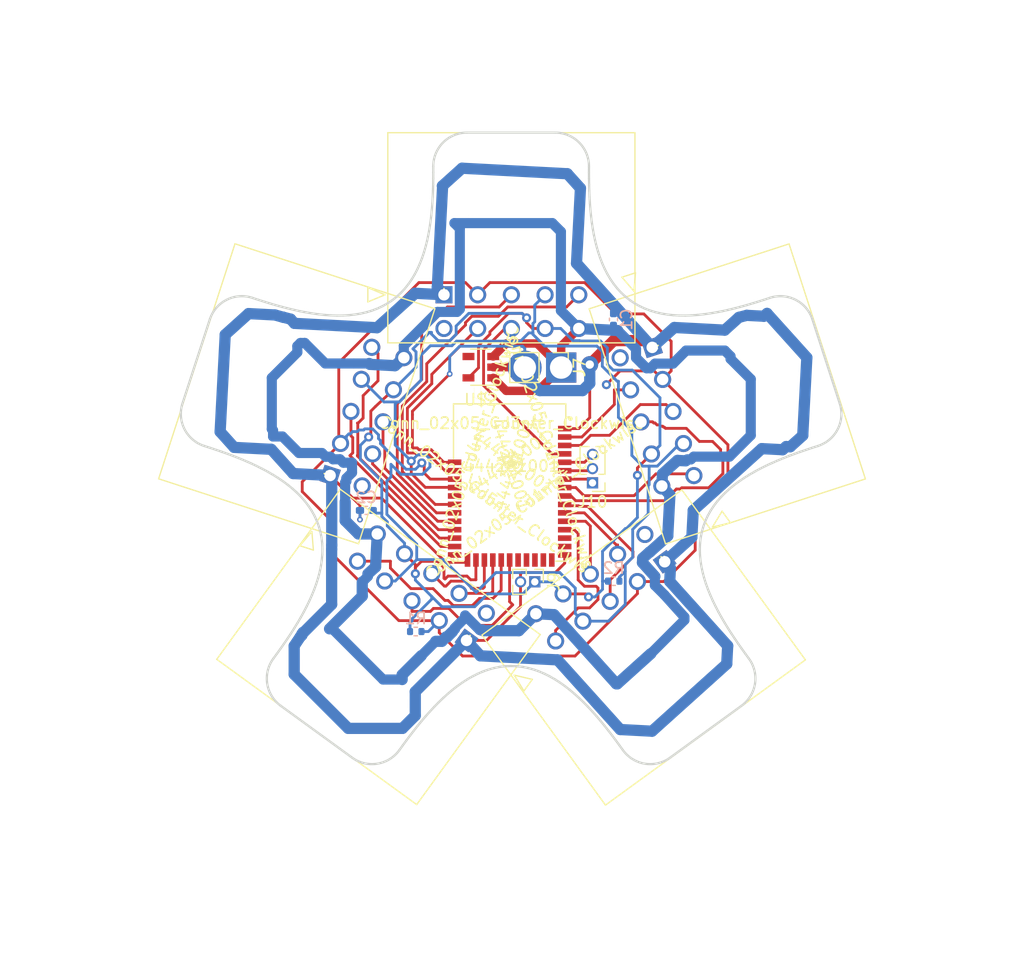
<source format=kicad_pcb>
(kicad_pcb (version 20171130) (host pcbnew 5.1.7-a382d34a88~90~ubuntu20.04.1)

  (general
    (thickness 1.6)
    (drawings 255)
    (tracks 636)
    (zones 0)
    (modules 14)
    (nets 44)
  )

  (page A4)
  (layers
    (0 F.Cu signal)
    (31 B.Cu signal)
    (32 B.Adhes user hide)
    (33 F.Adhes user hide)
    (34 B.Paste user hide)
    (35 F.Paste user hide)
    (36 B.SilkS user hide)
    (37 F.SilkS user hide)
    (38 B.Mask user hide)
    (39 F.Mask user hide)
    (40 Dwgs.User user hide)
    (41 Cmts.User user hide)
    (42 Eco1.User user hide)
    (43 Eco2.User user hide)
    (44 Edge.Cuts user)
    (45 Margin user hide)
    (46 B.CrtYd user hide)
    (47 F.CrtYd user hide)
    (48 B.Fab user hide)
    (49 F.Fab user hide)
  )

  (setup
    (last_trace_width 0.25)
    (user_trace_width 0.2)
    (user_trace_width 0.25)
    (user_trace_width 0.5)
    (user_trace_width 0.75)
    (user_trace_width 0.9)
    (user_trace_width 1)
    (trace_clearance 0.2)
    (zone_clearance 0.508)
    (zone_45_only no)
    (trace_min 0.2)
    (via_size 0.8)
    (via_drill 0.4)
    (via_min_size 0.5)
    (via_min_drill 0.254)
    (user_via 0.508 0.254)
    (user_via 1 0.5)
    (user_via 1.5 0.75)
    (uvia_size 0.3)
    (uvia_drill 0.1)
    (uvias_allowed no)
    (uvia_min_size 0.2)
    (uvia_min_drill 0.1)
    (edge_width 0.05)
    (segment_width 0.2)
    (pcb_text_width 0.3)
    (pcb_text_size 1.5 1.5)
    (mod_edge_width 0.12)
    (mod_text_size 1 1)
    (mod_text_width 0.15)
    (pad_size 2.7 2.7)
    (pad_drill 2)
    (pad_to_mask_clearance 0.05)
    (aux_axis_origin 0 0)
    (visible_elements FFF9FF1F)
    (pcbplotparams
      (layerselection 0x010fc_ffffffff)
      (usegerberextensions false)
      (usegerberattributes true)
      (usegerberadvancedattributes true)
      (creategerberjobfile true)
      (excludeedgelayer true)
      (linewidth 0.100000)
      (plotframeref false)
      (viasonmask false)
      (mode 1)
      (useauxorigin false)
      (hpglpennumber 1)
      (hpglpenspeed 20)
      (hpglpendiameter 15.000000)
      (psnegative false)
      (psa4output false)
      (plotreference true)
      (plotvalue true)
      (plotinvisibletext false)
      (padsonsilk false)
      (subtractmaskfromsilk false)
      (outputformat 1)
      (mirror false)
      (drillshape 1)
      (scaleselection 1)
      (outputdirectory ""))
  )

  (net 0 "")
  (net 1 GND)
  (net 2 /+3V)
  (net 3 +8V)
  (net 4 /SWDIO)
  (net 5 /SWDCLK)
  (net 6 /SMA1_SIG)
  (net 7 /SMA2_SIG)
  (net 8 /SMA3_SIG)
  (net 9 /SMA4_SIG)
  (net 10 /SMA5_SIG)
  (net 11 /SMA6_SIG)
  (net 12 /SMA7_SIG)
  (net 13 /SMA8_SIG)
  (net 14 /SMA9_SIG)
  (net 15 /SMA10_SIG)
  (net 16 /SMA11_SIG)
  (net 17 /SMA12_SIG)
  (net 18 /SMA13_SIG)
  (net 19 /SMA14_SIG)
  (net 20 /SMA15_SIG)
  (net 21 /SMA16_SIG)
  (net 22 /SMA17_SIG)
  (net 23 /SMA18_SIG)
  (net 24 /SMA19_SIG)
  (net 25 /SMA20_SIG)
  (net 26 "Net-(U3-Pad28)")
  (net 27 "Net-(U$2-Pad4)")
  (net 28 "Net-(U3-Pad17)")
  (net 29 "Net-(U3-Pad18)")
  (net 30 "Net-(U3-Pad20)")
  (net 31 "Net-(U3-Pad19)")
  (net 32 "Net-(U3-Pad21)")
  (net 33 "Net-(U3-Pad15)")
  (net 34 "Net-(U3-Pad14)")
  (net 35 "Net-(J10-Pad1)")
  (net 36 /SCL)
  (net 37 /SDA)
  (net 38 "Net-(U3-Pad35)")
  (net 39 "Net-(J2-Pad6)")
  (net 40 "Net-(J1-Pad6)")
  (net 41 "Net-(J3-Pad6)")
  (net 42 "Net-(J4-Pad6)")
  (net 43 "Net-(J5-Pad6)")

  (net_class Default "This is the default net class."
    (clearance 0.2)
    (trace_width 0.25)
    (via_dia 0.8)
    (via_drill 0.4)
    (uvia_dia 0.3)
    (uvia_drill 0.1)
    (add_net +8V)
    (add_net /+3V)
    (add_net /SCL)
    (add_net /SDA)
    (add_net /SMA10_SIG)
    (add_net /SMA11_SIG)
    (add_net /SMA12_SIG)
    (add_net /SMA13_SIG)
    (add_net /SMA14_SIG)
    (add_net /SMA15_SIG)
    (add_net /SMA16_SIG)
    (add_net /SMA17_SIG)
    (add_net /SMA18_SIG)
    (add_net /SMA19_SIG)
    (add_net /SMA1_SIG)
    (add_net /SMA20_SIG)
    (add_net /SMA2_SIG)
    (add_net /SMA3_SIG)
    (add_net /SMA4_SIG)
    (add_net /SMA5_SIG)
    (add_net /SMA6_SIG)
    (add_net /SMA7_SIG)
    (add_net /SMA8_SIG)
    (add_net /SMA9_SIG)
    (add_net /SWDCLK)
    (add_net /SWDIO)
    (add_net GND)
    (add_net "Net-(J1-Pad6)")
    (add_net "Net-(J10-Pad1)")
    (add_net "Net-(J2-Pad6)")
    (add_net "Net-(J3-Pad6)")
    (add_net "Net-(J4-Pad6)")
    (add_net "Net-(J5-Pad6)")
    (add_net "Net-(U$2-Pad4)")
    (add_net "Net-(U3-Pad14)")
    (add_net "Net-(U3-Pad15)")
    (add_net "Net-(U3-Pad17)")
    (add_net "Net-(U3-Pad18)")
    (add_net "Net-(U3-Pad19)")
    (add_net "Net-(U3-Pad20)")
    (add_net "Net-(U3-Pad21)")
    (add_net "Net-(U3-Pad28)")
    (add_net "Net-(U3-Pad35)")
  )

  (module "Molex_Micro-Fit BMI Header:444281001" (layer F.Cu) (tedit 0) (tstamp 6046F541)
    (at 191.586874 55.573287 36)
    (path /60471947)
    (fp_text reference J1 (at -5.999998 -11.43 36) (layer F.SilkS)
      (effects (font (size 1 1) (thickness 0.15)))
    )
    (fp_text value Conn_02x05_Counter_Clockwise (at -5.999998 -11.43 36) (layer F.SilkS)
      (effects (font (size 1 1) (thickness 0.15)))
    )
    (fp_text user NPTH_DRILL_SIZE:_3.0_MM,_TOLERANCE:_+0.05/-0.05 (at -5.999998 25.394999 36) (layer Dwgs.User)
      (effects (font (size 1 1) (thickness 0.15)))
    )
    (fp_text user NPTH_DRILL_SIZE:_3.0_MM,_TOLERANCE:_+0.05/-0.05 (at -5.999998 25.394999 36) (layer Dwgs.User)
      (effects (font (size 1 1) (thickness 0.15)))
    )
    (fp_text user PTH_DRILL_SIZE:_1.02_MM,_TOLERANCE:_+0.05/-0.05 (at -5.999998 22.854999 36) (layer Dwgs.User)
      (effects (font (size 1 1) (thickness 0.15)))
    )
    (fp_text user PTH_DRILL_SIZE:_1.02_MM,_TOLERANCE:_+0.05/-0.05 (at -5.999998 22.854999 36) (layer Dwgs.User)
      (effects (font (size 1 1) (thickness 0.15)))
    )
    (fp_text user 444281001 (at -5.999998 -15.245001 36) (layer F.SilkS)
      (effects (font (size 1 1) (thickness 0.15)))
    )
    (fp_text user 444281001 (at -5.999998 -15.245001 36) (layer F.Fab)
      (effects (font (size 1 1) (thickness 0.15)))
    )
    (fp_text user * (at 0 0 36) (layer F.Fab)
      (effects (font (size 1 1) (thickness 0.15)))
    )
    (fp_text user * (at 0 0 36) (layer F.SilkS)
      (effects (font (size 1 1) (thickness 0.15)))
    )
    (fp_text user "Copyright 2021 Accelerated Designs. All rights reserved." (at 0 0 36) (layer Cmts.User)
      (effects (font (size 0.127 0.127) (thickness 0.002)))
    )
    (fp_line (start 5.25398 0) (end 6.77798 -0.635) (layer F.Fab) (width 0.1))
    (fp_line (start 6.77798 -0.635) (end 6.77798 0.635) (layer F.Fab) (width 0.1))
    (fp_line (start 6.77798 0.635) (end 5.25398 0) (layer F.Fab) (width 0.1))
    (fp_line (start 5.25398 0) (end 6.77798 -0.635) (layer F.SilkS) (width 0.12))
    (fp_line (start 6.77798 -0.635) (end 6.77798 0.635) (layer F.SilkS) (width 0.12))
    (fp_line (start 6.77798 0.635) (end 5.25398 0) (layer F.SilkS) (width 0.12))
    (fp_line (start -16.999976 -4.280002) (end -16.999976 14.43) (layer F.SilkS) (width 0.12))
    (fp_line (start -16.999976 14.43) (end 4.99998 14.43) (layer F.SilkS) (width 0.12))
    (fp_line (start 4.99998 14.43) (end 4.99998 -4.280002) (layer F.SilkS) (width 0.12))
    (fp_line (start 4.99998 -4.280002) (end -16.999976 -4.280002) (layer F.SilkS) (width 0.12))
    (fp_line (start -16.999976 14.43) (end 4.99998 14.43) (layer F.Fab) (width 0.1))
    (fp_line (start 4.99998 14.43) (end 4.99998 -4.280002) (layer F.Fab) (width 0.1))
    (fp_line (start 4.99998 -4.280002) (end -16.999976 -4.280002) (layer F.Fab) (width 0.1))
    (fp_line (start -16.999976 -4.280002) (end -16.999976 14.43) (layer F.Fab) (width 0.1))
    (fp_line (start -18.269976 -5.550002) (end -18.269976 15.7) (layer F.CrtYd) (width 0.05))
    (fp_line (start -18.269976 15.7) (end 6.26998 15.7) (layer F.CrtYd) (width 0.05))
    (fp_line (start 6.26998 15.7) (end 6.26998 -5.550002) (layer F.CrtYd) (width 0.05))
    (fp_line (start 6.26998 -5.550002) (end -18.269976 -5.550002) (layer F.CrtYd) (width 0.05))
    (pad M2 np_thru_hole circle (at -9.839996 8.530001 36) (size 2.999999 2.999999) (drill 2.999999) (layers *.Cu *.Mask))
    (pad M1 np_thru_hole circle (at -2.160011 8.530001 36) (size 2.999999 2.999999) (drill 2.999999) (layers *.Cu *.Mask))
    (pad 10 thru_hole circle (at -11.999996 -2.999999 36) (size 1.52 1.52) (drill 1.02) (layers *.Cu *.Mask)
      (net 3 +8V))
    (pad 9 thru_hole circle (at -8.999997 -2.999999 36) (size 1.52 1.52) (drill 1.02) (layers *.Cu *.Mask)
      (net 2 /+3V))
    (pad 8 thru_hole circle (at -5.999998 -2.999999 36) (size 1.52 1.52) (drill 1.02) (layers *.Cu *.Mask)
      (net 14 /SMA9_SIG))
    (pad 7 thru_hole circle (at -2.999999 -2.999999 36) (size 1.52 1.52) (drill 1.02) (layers *.Cu *.Mask)
      (net 15 /SMA10_SIG))
    (pad 6 thru_hole circle (at 0 -2.999999 36) (size 1.52 1.52) (drill 1.02) (layers *.Cu *.Mask)
      (net 40 "Net-(J1-Pad6)"))
    (pad 5 thru_hole circle (at -11.999996 0 36) (size 1.52 1.52) (drill 1.02) (layers *.Cu *.Mask)
      (net 16 /SMA11_SIG))
    (pad 4 thru_hole circle (at -8.999997 0 36) (size 1.52 1.52) (drill 1.02) (layers *.Cu *.Mask)
      (net 36 /SCL))
    (pad 3 thru_hole circle (at -5.999998 0 36) (size 1.52 1.52) (drill 1.02) (layers *.Cu *.Mask)
      (net 17 /SMA12_SIG))
    (pad 2 thru_hole circle (at -2.999999 0 36) (size 1.52 1.52) (drill 1.02) (layers *.Cu *.Mask)
      (net 37 /SDA))
    (pad 1 thru_hole rect (at 0 0 36) (size 1.52 1.52) (drill 1.02) (layers *.Cu *.Mask)
      (net 1 GND))
  )

  (module "Molex_Micro-Fit BMI Header:444281001" (layer F.Cu) (tedit 0) (tstamp 6047221D)
    (at 173.945006 62.578373 324)
    (path /60489940)
    (fp_text reference J5 (at -5.999998 -11.43 144) (layer F.SilkS)
      (effects (font (size 1 1) (thickness 0.15)))
    )
    (fp_text value Conn_02x05_Counter_Clockwise (at -5.999998 -11.43 144) (layer F.SilkS)
      (effects (font (size 1 1) (thickness 0.15)))
    )
    (fp_text user NPTH_DRILL_SIZE:_3.0_MM,_TOLERANCE:_+0.05/-0.05 (at -5.999998 25.394999 144) (layer Dwgs.User)
      (effects (font (size 1 1) (thickness 0.15)))
    )
    (fp_text user NPTH_DRILL_SIZE:_3.0_MM,_TOLERANCE:_+0.05/-0.05 (at -5.999998 25.394999 144) (layer Dwgs.User)
      (effects (font (size 1 1) (thickness 0.15)))
    )
    (fp_text user PTH_DRILL_SIZE:_1.02_MM,_TOLERANCE:_+0.05/-0.05 (at -5.999998 22.854999 144) (layer Dwgs.User)
      (effects (font (size 1 1) (thickness 0.15)))
    )
    (fp_text user PTH_DRILL_SIZE:_1.02_MM,_TOLERANCE:_+0.05/-0.05 (at -5.999998 22.854999 144) (layer Dwgs.User)
      (effects (font (size 1 1) (thickness 0.15)))
    )
    (fp_text user 444281001 (at -5.999998 -15.245001 144) (layer F.SilkS)
      (effects (font (size 1 1) (thickness 0.15)))
    )
    (fp_text user 444281001 (at -5.999998 -15.245001 144) (layer F.Fab)
      (effects (font (size 1 1) (thickness 0.15)))
    )
    (fp_text user * (at 0 0 144) (layer F.Fab)
      (effects (font (size 1 1) (thickness 0.15)))
    )
    (fp_text user * (at 0 0 144) (layer F.SilkS)
      (effects (font (size 1 1) (thickness 0.15)))
    )
    (fp_text user "Copyright 2021 Accelerated Designs. All rights reserved." (at 0 0 144) (layer Cmts.User)
      (effects (font (size 0.127 0.127) (thickness 0.002)))
    )
    (fp_line (start 5.25398 0) (end 6.77798 -0.635) (layer F.Fab) (width 0.1))
    (fp_line (start 6.77798 -0.635) (end 6.77798 0.635) (layer F.Fab) (width 0.1))
    (fp_line (start 6.77798 0.635) (end 5.25398 0) (layer F.Fab) (width 0.1))
    (fp_line (start 5.25398 0) (end 6.77798 -0.635) (layer F.SilkS) (width 0.12))
    (fp_line (start 6.77798 -0.635) (end 6.77798 0.635) (layer F.SilkS) (width 0.12))
    (fp_line (start 6.77798 0.635) (end 5.25398 0) (layer F.SilkS) (width 0.12))
    (fp_line (start -16.999976 -4.280002) (end -16.999976 14.43) (layer F.SilkS) (width 0.12))
    (fp_line (start -16.999976 14.43) (end 4.99998 14.43) (layer F.SilkS) (width 0.12))
    (fp_line (start 4.99998 14.43) (end 4.99998 -4.280002) (layer F.SilkS) (width 0.12))
    (fp_line (start 4.99998 -4.280002) (end -16.999976 -4.280002) (layer F.SilkS) (width 0.12))
    (fp_line (start -16.999976 14.43) (end 4.99998 14.43) (layer F.Fab) (width 0.1))
    (fp_line (start 4.99998 14.43) (end 4.99998 -4.280002) (layer F.Fab) (width 0.1))
    (fp_line (start 4.99998 -4.280002) (end -16.999976 -4.280002) (layer F.Fab) (width 0.1))
    (fp_line (start -16.999976 -4.280002) (end -16.999976 14.43) (layer F.Fab) (width 0.1))
    (fp_line (start -18.269976 -5.550002) (end -18.269976 15.7) (layer F.CrtYd) (width 0.05))
    (fp_line (start -18.269976 15.7) (end 6.26998 15.7) (layer F.CrtYd) (width 0.05))
    (fp_line (start 6.26998 15.7) (end 6.26998 -5.550002) (layer F.CrtYd) (width 0.05))
    (fp_line (start 6.26998 -5.550002) (end -18.269976 -5.550002) (layer F.CrtYd) (width 0.05))
    (pad M2 np_thru_hole circle (at -9.839996 8.530001 324) (size 2.999999 2.999999) (drill 2.999999) (layers *.Cu *.Mask))
    (pad M1 np_thru_hole circle (at -2.160011 8.530001 324) (size 2.999999 2.999999) (drill 2.999999) (layers *.Cu *.Mask))
    (pad 10 thru_hole circle (at -11.999996 -2.999999 324) (size 1.52 1.52) (drill 1.02) (layers *.Cu *.Mask)
      (net 3 +8V))
    (pad 9 thru_hole circle (at -8.999997 -2.999999 324) (size 1.52 1.52) (drill 1.02) (layers *.Cu *.Mask)
      (net 2 /+3V))
    (pad 8 thru_hole circle (at -5.999998 -2.999999 324) (size 1.52 1.52) (drill 1.02) (layers *.Cu *.Mask)
      (net 10 /SMA5_SIG))
    (pad 7 thru_hole circle (at -2.999999 -2.999999 324) (size 1.52 1.52) (drill 1.02) (layers *.Cu *.Mask)
      (net 11 /SMA6_SIG))
    (pad 6 thru_hole circle (at 0 -2.999999 324) (size 1.52 1.52) (drill 1.02) (layers *.Cu *.Mask)
      (net 43 "Net-(J5-Pad6)"))
    (pad 5 thru_hole circle (at -11.999996 0 324) (size 1.52 1.52) (drill 1.02) (layers *.Cu *.Mask)
      (net 12 /SMA7_SIG))
    (pad 4 thru_hole circle (at -8.999997 0 324) (size 1.52 1.52) (drill 1.02) (layers *.Cu *.Mask)
      (net 36 /SCL))
    (pad 3 thru_hole circle (at -5.999998 0 324) (size 1.52 1.52) (drill 1.02) (layers *.Cu *.Mask)
      (net 13 /SMA8_SIG))
    (pad 2 thru_hole circle (at -2.999999 0 324) (size 1.52 1.52) (drill 1.02) (layers *.Cu *.Mask)
      (net 37 /SDA))
    (pad 1 thru_hole rect (at 0 0 324) (size 1.52 1.52) (drill 1.02) (layers *.Cu *.Mask)
      (net 1 GND))
  )

  (module Connector_PinHeader_1.27mm:PinHeader_1x03_P1.27mm_Vertical (layer F.Cu) (tedit 59FED6E3) (tstamp 5F5BB159)
    (at 185.16092 48.5521 180)
    (descr "Through hole straight pin header, 1x03, 1.27mm pitch, single row")
    (tags "Through hole pin header THT 1x03 1.27mm single row")
    (path /A8F50699)
    (fp_text reference J10 (at 0 -1.695) (layer F.SilkS)
      (effects (font (size 1 1) (thickness 0.15)))
    )
    (fp_text value 61300311121 (at 0 4.235) (layer F.Fab)
      (effects (font (size 1 1) (thickness 0.15)))
    )
    (fp_line (start 1.55 -1.15) (end -1.55 -1.15) (layer F.CrtYd) (width 0.05))
    (fp_line (start 1.55 3.7) (end 1.55 -1.15) (layer F.CrtYd) (width 0.05))
    (fp_line (start -1.55 3.7) (end 1.55 3.7) (layer F.CrtYd) (width 0.05))
    (fp_line (start -1.55 -1.15) (end -1.55 3.7) (layer F.CrtYd) (width 0.05))
    (fp_line (start -1.11 -0.76) (end 0 -0.76) (layer F.SilkS) (width 0.12))
    (fp_line (start -1.11 0) (end -1.11 -0.76) (layer F.SilkS) (width 0.12))
    (fp_line (start 0.563471 0.76) (end 1.11 0.76) (layer F.SilkS) (width 0.12))
    (fp_line (start -1.11 0.76) (end -0.563471 0.76) (layer F.SilkS) (width 0.12))
    (fp_line (start 1.11 0.76) (end 1.11 3.235) (layer F.SilkS) (width 0.12))
    (fp_line (start -1.11 0.76) (end -1.11 3.235) (layer F.SilkS) (width 0.12))
    (fp_line (start 0.30753 3.235) (end 1.11 3.235) (layer F.SilkS) (width 0.12))
    (fp_line (start -1.11 3.235) (end -0.30753 3.235) (layer F.SilkS) (width 0.12))
    (fp_line (start -1.05 -0.11) (end -0.525 -0.635) (layer F.Fab) (width 0.1))
    (fp_line (start -1.05 3.175) (end -1.05 -0.11) (layer F.Fab) (width 0.1))
    (fp_line (start 1.05 3.175) (end -1.05 3.175) (layer F.Fab) (width 0.1))
    (fp_line (start 1.05 -0.635) (end 1.05 3.175) (layer F.Fab) (width 0.1))
    (fp_line (start -0.525 -0.635) (end 1.05 -0.635) (layer F.Fab) (width 0.1))
    (fp_text user %R (at 0 1.27 90) (layer F.Fab)
      (effects (font (size 1 1) (thickness 0.15)))
    )
    (pad 3 thru_hole oval (at 0 2.54 180) (size 1 1) (drill 0.65) (layers *.Cu *.Mask)
      (net 4 /SWDIO))
    (pad 2 thru_hole oval (at 0 1.27 180) (size 1 1) (drill 0.65) (layers *.Cu *.Mask)
      (net 5 /SWDCLK))
    (pad 1 thru_hole rect (at 0 0 180) (size 1 1) (drill 0.65) (layers *.Cu *.Mask)
      (net 35 "Net-(J10-Pad1)"))
    (model ${KISYS3DMOD}/Connector_PinHeader_1.27mm.3dshapes/PinHeader_1x03_P1.27mm_Vertical.wrl
      (at (xyz 0 0 0))
      (scale (xyz 1 1 1))
      (rotate (xyz 0 0 0))
    )
  )

  (module "Molex_Micro-Fit BMI Header:444281001" (layer F.Cu) (tedit 0) (tstamp 604721DD)
    (at 171.938705 31.807942 180)
    (path /604880A8)
    (fp_text reference J3 (at -5.999998 -11.43) (layer F.SilkS)
      (effects (font (size 1 1) (thickness 0.15)))
    )
    (fp_text value Conn_02x05_Counter_Clockwise (at -5.999998 -11.43) (layer F.SilkS)
      (effects (font (size 1 1) (thickness 0.15)))
    )
    (fp_line (start 6.26998 -5.550002) (end -18.269976 -5.550002) (layer F.CrtYd) (width 0.05))
    (fp_line (start 6.26998 15.7) (end 6.26998 -5.550002) (layer F.CrtYd) (width 0.05))
    (fp_line (start -18.269976 15.7) (end 6.26998 15.7) (layer F.CrtYd) (width 0.05))
    (fp_line (start -18.269976 -5.550002) (end -18.269976 15.7) (layer F.CrtYd) (width 0.05))
    (fp_line (start -16.999976 -4.280002) (end -16.999976 14.43) (layer F.Fab) (width 0.1))
    (fp_line (start 4.99998 -4.280002) (end -16.999976 -4.280002) (layer F.Fab) (width 0.1))
    (fp_line (start 4.99998 14.43) (end 4.99998 -4.280002) (layer F.Fab) (width 0.1))
    (fp_line (start -16.999976 14.43) (end 4.99998 14.43) (layer F.Fab) (width 0.1))
    (fp_line (start 4.99998 -4.280002) (end -16.999976 -4.280002) (layer F.SilkS) (width 0.12))
    (fp_line (start 4.99998 14.43) (end 4.99998 -4.280002) (layer F.SilkS) (width 0.12))
    (fp_line (start -16.999976 14.43) (end 4.99998 14.43) (layer F.SilkS) (width 0.12))
    (fp_line (start -16.999976 -4.280002) (end -16.999976 14.43) (layer F.SilkS) (width 0.12))
    (fp_line (start 6.77798 0.635) (end 5.25398 0) (layer F.SilkS) (width 0.12))
    (fp_line (start 6.77798 -0.635) (end 6.77798 0.635) (layer F.SilkS) (width 0.12))
    (fp_line (start 5.25398 0) (end 6.77798 -0.635) (layer F.SilkS) (width 0.12))
    (fp_line (start 6.77798 0.635) (end 5.25398 0) (layer F.Fab) (width 0.1))
    (fp_line (start 6.77798 -0.635) (end 6.77798 0.635) (layer F.Fab) (width 0.1))
    (fp_line (start 5.25398 0) (end 6.77798 -0.635) (layer F.Fab) (width 0.1))
    (fp_text user "Copyright 2021 Accelerated Designs. All rights reserved." (at 0 0) (layer Cmts.User)
      (effects (font (size 0.127 0.127) (thickness 0.002)))
    )
    (fp_text user * (at 0 0) (layer F.SilkS)
      (effects (font (size 1 1) (thickness 0.15)))
    )
    (fp_text user * (at 0 0) (layer F.Fab)
      (effects (font (size 1 1) (thickness 0.15)))
    )
    (fp_text user 444281001 (at -5.999998 -15.245001) (layer F.Fab)
      (effects (font (size 1 1) (thickness 0.15)))
    )
    (fp_text user 444281001 (at -5.999998 -15.245001) (layer F.SilkS)
      (effects (font (size 1 1) (thickness 0.15)))
    )
    (fp_text user PTH_DRILL_SIZE:_1.02_MM,_TOLERANCE:_+0.05/-0.05 (at -5.999998 22.854999) (layer Dwgs.User)
      (effects (font (size 1 1) (thickness 0.15)))
    )
    (fp_text user PTH_DRILL_SIZE:_1.02_MM,_TOLERANCE:_+0.05/-0.05 (at -5.999998 22.854999) (layer Dwgs.User)
      (effects (font (size 1 1) (thickness 0.15)))
    )
    (fp_text user NPTH_DRILL_SIZE:_3.0_MM,_TOLERANCE:_+0.05/-0.05 (at -5.999998 25.394999) (layer Dwgs.User)
      (effects (font (size 1 1) (thickness 0.15)))
    )
    (fp_text user NPTH_DRILL_SIZE:_3.0_MM,_TOLERANCE:_+0.05/-0.05 (at -5.999998 25.394999) (layer Dwgs.User)
      (effects (font (size 1 1) (thickness 0.15)))
    )
    (pad 1 thru_hole rect (at 0 0 180) (size 1.52 1.52) (drill 1.02) (layers *.Cu *.Mask)
      (net 1 GND))
    (pad 2 thru_hole circle (at -2.999999 0 180) (size 1.52 1.52) (drill 1.02) (layers *.Cu *.Mask)
      (net 37 /SDA))
    (pad 3 thru_hole circle (at -5.999998 0 180) (size 1.52 1.52) (drill 1.02) (layers *.Cu *.Mask)
      (net 25 /SMA20_SIG))
    (pad 4 thru_hole circle (at -8.999997 0 180) (size 1.52 1.52) (drill 1.02) (layers *.Cu *.Mask)
      (net 36 /SCL))
    (pad 5 thru_hole circle (at -11.999996 0 180) (size 1.52 1.52) (drill 1.02) (layers *.Cu *.Mask)
      (net 24 /SMA19_SIG))
    (pad 6 thru_hole circle (at 0 -2.999999 180) (size 1.52 1.52) (drill 1.02) (layers *.Cu *.Mask)
      (net 41 "Net-(J3-Pad6)"))
    (pad 7 thru_hole circle (at -2.999999 -2.999999 180) (size 1.52 1.52) (drill 1.02) (layers *.Cu *.Mask)
      (net 23 /SMA18_SIG))
    (pad 8 thru_hole circle (at -5.999998 -2.999999 180) (size 1.52 1.52) (drill 1.02) (layers *.Cu *.Mask)
      (net 22 /SMA17_SIG))
    (pad 9 thru_hole circle (at -8.999997 -2.999999 180) (size 1.52 1.52) (drill 1.02) (layers *.Cu *.Mask)
      (net 2 /+3V))
    (pad 10 thru_hole circle (at -11.999996 -2.999999 180) (size 1.52 1.52) (drill 1.02) (layers *.Cu *.Mask)
      (net 3 +8V))
    (pad M1 np_thru_hole circle (at -2.160011 8.530001 180) (size 2.999999 2.999999) (drill 2.999999) (layers *.Cu *.Mask))
    (pad M2 np_thru_hole circle (at -9.839996 8.530001 180) (size 2.999999 2.999999) (drill 2.999999) (layers *.Cu *.Mask))
  )

  (module Connector_PinHeader_2.54mm:PinHeader_1x02_P2.54mm_Vertical (layer F.Cu) (tedit 611FCC18) (tstamp 5F5BB0FF)
    (at 181.67096 38.28542 270)
    (descr "Through hole straight pin header, 1x02, 2.54mm pitch, single row")
    (tags "Through hole pin header THT 1x02 2.54mm single row")
    (path /1B1E17EB)
    (fp_text reference J7 (at 0 -2.33 90) (layer F.SilkS)
      (effects (font (size 1 1) (thickness 0.15)))
    )
    (fp_text value 61300211121 (at 0 4.87 90) (layer F.Fab)
      (effects (font (size 1 1) (thickness 0.15)))
    )
    (fp_line (start 1.8 -1.8) (end -1.8 -1.8) (layer F.CrtYd) (width 0.05))
    (fp_line (start 1.8 4.35) (end 1.8 -1.8) (layer F.CrtYd) (width 0.05))
    (fp_line (start -1.8 4.35) (end 1.8 4.35) (layer F.CrtYd) (width 0.05))
    (fp_line (start -1.8 -1.8) (end -1.8 4.35) (layer F.CrtYd) (width 0.05))
    (fp_line (start -1.33 -1.33) (end 0 -1.33) (layer F.SilkS) (width 0.12))
    (fp_line (start -1.33 0) (end -1.33 -1.33) (layer F.SilkS) (width 0.12))
    (fp_line (start -1.33 1.27) (end 1.33 1.27) (layer F.SilkS) (width 0.12))
    (fp_line (start 1.33 1.27) (end 1.33 3.87) (layer F.SilkS) (width 0.12))
    (fp_line (start -1.33 1.27) (end -1.33 3.87) (layer F.SilkS) (width 0.12))
    (fp_line (start -1.33 3.87) (end 1.33 3.87) (layer F.SilkS) (width 0.12))
    (fp_line (start -1.27 -0.635) (end -0.635 -1.27) (layer F.Fab) (width 0.1))
    (fp_line (start -1.27 3.81) (end -1.27 -0.635) (layer F.Fab) (width 0.1))
    (fp_line (start 1.27 3.81) (end -1.27 3.81) (layer F.Fab) (width 0.1))
    (fp_line (start 1.27 -1.27) (end 1.27 3.81) (layer F.Fab) (width 0.1))
    (fp_line (start -0.635 -1.27) (end 1.27 -1.27) (layer F.Fab) (width 0.1))
    (fp_text user %R (at 0 1.27) (layer F.Fab)
      (effects (font (size 1 1) (thickness 0.15)))
    )
    (pad 1 thru_hole rect (at 0 -0.7 270) (size 2.7 2.7) (drill 2) (layers *.Cu *.Mask)
      (net 3 +8V))
    (pad 2 thru_hole oval (at 0 2.54 270) (size 3 3) (drill 2) (layers *.Cu *.Mask)
      (net 1 GND))
    (model ${KISYS3DMOD}/Connector_PinHeader_2.54mm.3dshapes/PinHeader_1x02_P2.54mm_Vertical.wrl
      (at (xyz 0 0 0))
      (scale (xyz 1 1 1))
      (rotate (xyz 0 0 0))
    )
  )

  (module "Molex_Micro-Fit BMI Header:444281001" (layer F.Cu) (tedit 0) (tstamp 604721FD)
    (at 161.803606 47.894487 252)
    (path /60488DE7)
    (fp_text reference J4 (at -5.999998 -11.43 72) (layer F.SilkS)
      (effects (font (size 1 1) (thickness 0.15)))
    )
    (fp_text value Conn_02x05_Counter_Clockwise (at -5.999998 -11.43 72) (layer F.SilkS)
      (effects (font (size 1 1) (thickness 0.15)))
    )
    (fp_text user NPTH_DRILL_SIZE:_3.0_MM,_TOLERANCE:_+0.05/-0.05 (at -5.999998 25.394999 72) (layer Dwgs.User)
      (effects (font (size 1 1) (thickness 0.15)))
    )
    (fp_text user NPTH_DRILL_SIZE:_3.0_MM,_TOLERANCE:_+0.05/-0.05 (at -5.999998 25.394999 72) (layer Dwgs.User)
      (effects (font (size 1 1) (thickness 0.15)))
    )
    (fp_text user PTH_DRILL_SIZE:_1.02_MM,_TOLERANCE:_+0.05/-0.05 (at -5.999998 22.854999 72) (layer Dwgs.User)
      (effects (font (size 1 1) (thickness 0.15)))
    )
    (fp_text user PTH_DRILL_SIZE:_1.02_MM,_TOLERANCE:_+0.05/-0.05 (at -5.999998 22.854999 72) (layer Dwgs.User)
      (effects (font (size 1 1) (thickness 0.15)))
    )
    (fp_text user 444281001 (at -5.999998 -15.245001 72) (layer F.SilkS)
      (effects (font (size 1 1) (thickness 0.15)))
    )
    (fp_text user 444281001 (at -5.999998 -15.245001 72) (layer F.Fab)
      (effects (font (size 1 1) (thickness 0.15)))
    )
    (fp_text user * (at 0 0 72) (layer F.Fab)
      (effects (font (size 1 1) (thickness 0.15)))
    )
    (fp_text user * (at 0 0 72) (layer F.SilkS)
      (effects (font (size 1 1) (thickness 0.15)))
    )
    (fp_text user "Copyright 2021 Accelerated Designs. All rights reserved." (at 0 0 72) (layer Cmts.User)
      (effects (font (size 0.127 0.127) (thickness 0.002)))
    )
    (fp_line (start 5.25398 0) (end 6.77798 -0.635) (layer F.Fab) (width 0.1))
    (fp_line (start 6.77798 -0.635) (end 6.77798 0.635) (layer F.Fab) (width 0.1))
    (fp_line (start 6.77798 0.635) (end 5.25398 0) (layer F.Fab) (width 0.1))
    (fp_line (start 5.25398 0) (end 6.77798 -0.635) (layer F.SilkS) (width 0.12))
    (fp_line (start 6.77798 -0.635) (end 6.77798 0.635) (layer F.SilkS) (width 0.12))
    (fp_line (start 6.77798 0.635) (end 5.25398 0) (layer F.SilkS) (width 0.12))
    (fp_line (start -16.999976 -4.280002) (end -16.999976 14.43) (layer F.SilkS) (width 0.12))
    (fp_line (start -16.999976 14.43) (end 4.99998 14.43) (layer F.SilkS) (width 0.12))
    (fp_line (start 4.99998 14.43) (end 4.99998 -4.280002) (layer F.SilkS) (width 0.12))
    (fp_line (start 4.99998 -4.280002) (end -16.999976 -4.280002) (layer F.SilkS) (width 0.12))
    (fp_line (start -16.999976 14.43) (end 4.99998 14.43) (layer F.Fab) (width 0.1))
    (fp_line (start 4.99998 14.43) (end 4.99998 -4.280002) (layer F.Fab) (width 0.1))
    (fp_line (start 4.99998 -4.280002) (end -16.999976 -4.280002) (layer F.Fab) (width 0.1))
    (fp_line (start -16.999976 -4.280002) (end -16.999976 14.43) (layer F.Fab) (width 0.1))
    (fp_line (start -18.269976 -5.550002) (end -18.269976 15.7) (layer F.CrtYd) (width 0.05))
    (fp_line (start -18.269976 15.7) (end 6.26998 15.7) (layer F.CrtYd) (width 0.05))
    (fp_line (start 6.26998 15.7) (end 6.26998 -5.550002) (layer F.CrtYd) (width 0.05))
    (fp_line (start 6.26998 -5.550002) (end -18.269976 -5.550002) (layer F.CrtYd) (width 0.05))
    (pad M2 np_thru_hole circle (at -9.839996 8.530001 252) (size 2.999999 2.999999) (drill 2.999999) (layers *.Cu *.Mask))
    (pad M1 np_thru_hole circle (at -2.160011 8.530001 252) (size 2.999999 2.999999) (drill 2.999999) (layers *.Cu *.Mask))
    (pad 10 thru_hole circle (at -11.999996 -2.999999 252) (size 1.52 1.52) (drill 1.02) (layers *.Cu *.Mask)
      (net 3 +8V))
    (pad 9 thru_hole circle (at -8.999997 -2.999999 252) (size 1.52 1.52) (drill 1.02) (layers *.Cu *.Mask)
      (net 2 /+3V))
    (pad 8 thru_hole circle (at -5.999998 -2.999999 252) (size 1.52 1.52) (drill 1.02) (layers *.Cu *.Mask)
      (net 6 /SMA1_SIG))
    (pad 7 thru_hole circle (at -2.999999 -2.999999 252) (size 1.52 1.52) (drill 1.02) (layers *.Cu *.Mask)
      (net 7 /SMA2_SIG))
    (pad 6 thru_hole circle (at 0 -2.999999 252) (size 1.52 1.52) (drill 1.02) (layers *.Cu *.Mask)
      (net 42 "Net-(J4-Pad6)"))
    (pad 5 thru_hole circle (at -11.999996 0 252) (size 1.52 1.52) (drill 1.02) (layers *.Cu *.Mask)
      (net 8 /SMA3_SIG))
    (pad 4 thru_hole circle (at -8.999997 0 252) (size 1.52 1.52) (drill 1.02) (layers *.Cu *.Mask)
      (net 36 /SCL))
    (pad 3 thru_hole circle (at -5.999998 0 252) (size 1.52 1.52) (drill 1.02) (layers *.Cu *.Mask)
      (net 9 /SMA4_SIG))
    (pad 2 thru_hole circle (at -2.999999 0 252) (size 1.52 1.52) (drill 1.02) (layers *.Cu *.Mask)
      (net 37 /SDA))
    (pad 1 thru_hole rect (at 0 0 252) (size 1.52 1.52) (drill 1.02) (layers *.Cu *.Mask)
      (net 1 GND))
  )

  (module "Molex_Micro-Fit BMI Header:444281001" (layer F.Cu) (tedit 0) (tstamp 604721BD)
    (at 190.477978 36.491571 108)
    (path /60487128)
    (fp_text reference J2 (at -5.999998 -11.43 108) (layer F.SilkS)
      (effects (font (size 1 1) (thickness 0.15)))
    )
    (fp_text value Conn_02x05_Counter_Clockwise (at -5.999998 -11.43 108) (layer F.SilkS)
      (effects (font (size 1 1) (thickness 0.15)))
    )
    (fp_text user NPTH_DRILL_SIZE:_3.0_MM,_TOLERANCE:_+0.05/-0.05 (at -5.999998 25.394999 108) (layer Dwgs.User)
      (effects (font (size 1 1) (thickness 0.15)))
    )
    (fp_text user NPTH_DRILL_SIZE:_3.0_MM,_TOLERANCE:_+0.05/-0.05 (at -5.999998 25.394999 108) (layer Dwgs.User)
      (effects (font (size 1 1) (thickness 0.15)))
    )
    (fp_text user PTH_DRILL_SIZE:_1.02_MM,_TOLERANCE:_+0.05/-0.05 (at -5.999998 22.854999 108) (layer Dwgs.User)
      (effects (font (size 1 1) (thickness 0.15)))
    )
    (fp_text user PTH_DRILL_SIZE:_1.02_MM,_TOLERANCE:_+0.05/-0.05 (at -5.999998 22.854999 108) (layer Dwgs.User)
      (effects (font (size 1 1) (thickness 0.15)))
    )
    (fp_text user 444281001 (at -5.999998 -15.245001 108) (layer F.SilkS)
      (effects (font (size 1 1) (thickness 0.15)))
    )
    (fp_text user 444281001 (at -5.999998 -15.245001 108) (layer F.Fab)
      (effects (font (size 1 1) (thickness 0.15)))
    )
    (fp_text user * (at 0 0 108) (layer F.Fab)
      (effects (font (size 1 1) (thickness 0.15)))
    )
    (fp_text user * (at 0 0 108) (layer F.SilkS)
      (effects (font (size 1 1) (thickness 0.15)))
    )
    (fp_text user "Copyright 2021 Accelerated Designs. All rights reserved." (at 0 0 108) (layer Cmts.User)
      (effects (font (size 0.127 0.127) (thickness 0.002)))
    )
    (fp_line (start 5.25398 0) (end 6.77798 -0.635) (layer F.Fab) (width 0.1))
    (fp_line (start 6.77798 -0.635) (end 6.77798 0.635) (layer F.Fab) (width 0.1))
    (fp_line (start 6.77798 0.635) (end 5.25398 0) (layer F.Fab) (width 0.1))
    (fp_line (start 5.25398 0) (end 6.77798 -0.635) (layer F.SilkS) (width 0.12))
    (fp_line (start 6.77798 -0.635) (end 6.77798 0.635) (layer F.SilkS) (width 0.12))
    (fp_line (start 6.77798 0.635) (end 5.25398 0) (layer F.SilkS) (width 0.12))
    (fp_line (start -16.999976 -4.280002) (end -16.999976 14.43) (layer F.SilkS) (width 0.12))
    (fp_line (start -16.999976 14.43) (end 4.99998 14.43) (layer F.SilkS) (width 0.12))
    (fp_line (start 4.99998 14.43) (end 4.99998 -4.280002) (layer F.SilkS) (width 0.12))
    (fp_line (start 4.99998 -4.280002) (end -16.999976 -4.280002) (layer F.SilkS) (width 0.12))
    (fp_line (start -16.999976 14.43) (end 4.99998 14.43) (layer F.Fab) (width 0.1))
    (fp_line (start 4.99998 14.43) (end 4.99998 -4.280002) (layer F.Fab) (width 0.1))
    (fp_line (start 4.99998 -4.280002) (end -16.999976 -4.280002) (layer F.Fab) (width 0.1))
    (fp_line (start -16.999976 -4.280002) (end -16.999976 14.43) (layer F.Fab) (width 0.1))
    (fp_line (start -18.269976 -5.550002) (end -18.269976 15.7) (layer F.CrtYd) (width 0.05))
    (fp_line (start -18.269976 15.7) (end 6.26998 15.7) (layer F.CrtYd) (width 0.05))
    (fp_line (start 6.26998 15.7) (end 6.26998 -5.550002) (layer F.CrtYd) (width 0.05))
    (fp_line (start 6.26998 -5.550002) (end -18.269976 -5.550002) (layer F.CrtYd) (width 0.05))
    (pad M2 np_thru_hole circle (at -9.839996 8.530001 108) (size 2.999999 2.999999) (drill 2.999999) (layers *.Cu *.Mask))
    (pad M1 np_thru_hole circle (at -2.160011 8.530001 108) (size 2.999999 2.999999) (drill 2.999999) (layers *.Cu *.Mask))
    (pad 10 thru_hole circle (at -11.999996 -2.999999 108) (size 1.52 1.52) (drill 1.02) (layers *.Cu *.Mask)
      (net 3 +8V))
    (pad 9 thru_hole circle (at -8.999997 -2.999999 108) (size 1.52 1.52) (drill 1.02) (layers *.Cu *.Mask)
      (net 2 /+3V))
    (pad 8 thru_hole circle (at -5.999998 -2.999999 108) (size 1.52 1.52) (drill 1.02) (layers *.Cu *.Mask)
      (net 18 /SMA13_SIG))
    (pad 7 thru_hole circle (at -2.999999 -2.999999 108) (size 1.52 1.52) (drill 1.02) (layers *.Cu *.Mask)
      (net 19 /SMA14_SIG))
    (pad 6 thru_hole circle (at 0 -2.999999 108) (size 1.52 1.52) (drill 1.02) (layers *.Cu *.Mask)
      (net 39 "Net-(J2-Pad6)"))
    (pad 5 thru_hole circle (at -11.999996 0 108) (size 1.52 1.52) (drill 1.02) (layers *.Cu *.Mask)
      (net 20 /SMA15_SIG))
    (pad 4 thru_hole circle (at -8.999997 0 108) (size 1.52 1.52) (drill 1.02) (layers *.Cu *.Mask)
      (net 36 /SCL))
    (pad 3 thru_hole circle (at -5.999998 0 108) (size 1.52 1.52) (drill 1.02) (layers *.Cu *.Mask)
      (net 21 /SMA16_SIG))
    (pad 2 thru_hole circle (at -2.999999 0 108) (size 1.52 1.52) (drill 1.02) (layers *.Cu *.Mask)
      (net 37 /SDA))
    (pad 1 thru_hole rect (at 0 0 108) (size 1.52 1.52) (drill 1.02) (layers *.Cu *.Mask)
      (net 1 GND))
  )

  (module Resistor_SMD:R_0402_1005Metric (layer B.Cu) (tedit 5F68FEEE) (tstamp 6042194A)
    (at 187.0476 57.3024 180)
    (descr "Resistor SMD 0402 (1005 Metric), square (rectangular) end terminal, IPC_7351 nominal, (Body size source: IPC-SM-782 page 72, https://www.pcb-3d.com/wordpress/wp-content/uploads/ipc-sm-782a_amendment_1_and_2.pdf), generated with kicad-footprint-generator")
    (tags resistor)
    (path /604D5854)
    (attr smd)
    (fp_text reference R2 (at 0 1.17) (layer B.SilkS)
      (effects (font (size 1 1) (thickness 0.15)) (justify mirror))
    )
    (fp_text value " " (at 0 -1.17) (layer B.Fab)
      (effects (font (size 1 1) (thickness 0.15)) (justify mirror))
    )
    (fp_line (start 0.93 -0.47) (end -0.93 -0.47) (layer B.CrtYd) (width 0.05))
    (fp_line (start 0.93 0.47) (end 0.93 -0.47) (layer B.CrtYd) (width 0.05))
    (fp_line (start -0.93 0.47) (end 0.93 0.47) (layer B.CrtYd) (width 0.05))
    (fp_line (start -0.93 -0.47) (end -0.93 0.47) (layer B.CrtYd) (width 0.05))
    (fp_line (start -0.153641 -0.38) (end 0.153641 -0.38) (layer B.SilkS) (width 0.12))
    (fp_line (start -0.153641 0.38) (end 0.153641 0.38) (layer B.SilkS) (width 0.12))
    (fp_line (start 0.525 -0.27) (end -0.525 -0.27) (layer B.Fab) (width 0.1))
    (fp_line (start 0.525 0.27) (end 0.525 -0.27) (layer B.Fab) (width 0.1))
    (fp_line (start -0.525 0.27) (end 0.525 0.27) (layer B.Fab) (width 0.1))
    (fp_line (start -0.525 -0.27) (end -0.525 0.27) (layer B.Fab) (width 0.1))
    (fp_text user %R (at 0 0) (layer B.Fab)
      (effects (font (size 0.26 0.26) (thickness 0.04)) (justify mirror))
    )
    (pad 2 smd roundrect (at 0.51 0 180) (size 0.54 0.64) (layers B.Cu B.Paste B.Mask) (roundrect_rratio 0.25)
      (net 2 /+3V))
    (pad 1 smd roundrect (at -0.51 0 180) (size 0.54 0.64) (layers B.Cu B.Paste B.Mask) (roundrect_rratio 0.25)
      (net 36 /SCL))
    (model ${KISYS3DMOD}/Resistor_SMD.3dshapes/R_0402_1005Metric.wrl
      (at (xyz 0 0 0))
      (scale (xyz 1 1 1))
      (rotate (xyz 0 0 0))
    )
  )

  (module Resistor_SMD:R_0402_1005Metric (layer B.Cu) (tedit 5F68FEEE) (tstamp 60421939)
    (at 169.42616 61.78804 180)
    (descr "Resistor SMD 0402 (1005 Metric), square (rectangular) end terminal, IPC_7351 nominal, (Body size source: IPC-SM-782 page 72, https://www.pcb-3d.com/wordpress/wp-content/uploads/ipc-sm-782a_amendment_1_and_2.pdf), generated with kicad-footprint-generator")
    (tags resistor)
    (path /604D3AEF)
    (attr smd)
    (fp_text reference R1 (at 0 1.17 180) (layer B.SilkS)
      (effects (font (size 1 1) (thickness 0.15)) (justify mirror))
    )
    (fp_text value " " (at 0 -1.17 180) (layer B.Fab)
      (effects (font (size 1 1) (thickness 0.15)) (justify mirror))
    )
    (fp_line (start 0.93 -0.47) (end -0.93 -0.47) (layer B.CrtYd) (width 0.05))
    (fp_line (start 0.93 0.47) (end 0.93 -0.47) (layer B.CrtYd) (width 0.05))
    (fp_line (start -0.93 0.47) (end 0.93 0.47) (layer B.CrtYd) (width 0.05))
    (fp_line (start -0.93 -0.47) (end -0.93 0.47) (layer B.CrtYd) (width 0.05))
    (fp_line (start -0.153641 -0.38) (end 0.153641 -0.38) (layer B.SilkS) (width 0.12))
    (fp_line (start -0.153641 0.38) (end 0.153641 0.38) (layer B.SilkS) (width 0.12))
    (fp_line (start 0.525 -0.27) (end -0.525 -0.27) (layer B.Fab) (width 0.1))
    (fp_line (start 0.525 0.27) (end 0.525 -0.27) (layer B.Fab) (width 0.1))
    (fp_line (start -0.525 0.27) (end 0.525 0.27) (layer B.Fab) (width 0.1))
    (fp_line (start -0.525 -0.27) (end -0.525 0.27) (layer B.Fab) (width 0.1))
    (fp_text user %R (at 0 0 180) (layer B.Fab)
      (effects (font (size 0.26 0.26) (thickness 0.04)) (justify mirror))
    )
    (pad 2 smd roundrect (at 0.51 0 180) (size 0.54 0.64) (layers B.Cu B.Paste B.Mask) (roundrect_rratio 0.25)
      (net 2 /+3V))
    (pad 1 smd roundrect (at -0.51 0 180) (size 0.54 0.64) (layers B.Cu B.Paste B.Mask) (roundrect_rratio 0.25)
      (net 37 /SDA))
    (model ${KISYS3DMOD}/Resistor_SMD.3dshapes/R_0402_1005Metric.wrl
      (at (xyz 0 0 0))
      (scale (xyz 1 1 1))
      (rotate (xyz 0 0 0))
    )
  )

  (module Capacitor_SMD:C_0402_1005Metric_Pad0.74x0.62mm_HandSolder (layer B.Cu) (tedit 5F6BB22C) (tstamp 60421580)
    (at 165.0278 51.0032 180)
    (descr "Capacitor SMD 0402 (1005 Metric), square (rectangular) end terminal, IPC_7351 nominal with elongated pad for handsoldering. (Body size source: IPC-SM-782 page 76, https://www.pcb-3d.com/wordpress/wp-content/uploads/ipc-sm-782a_amendment_1_and_2.pdf), generated with kicad-footprint-generator")
    (tags "capacitor handsolder")
    (path /733CA19D)
    (attr smd)
    (fp_text reference C2 (at 0 1.159999) (layer B.SilkS)
      (effects (font (size 1 1) (thickness 0.15)) (justify mirror))
    )
    (fp_text value C-USC0402 (at 0 -1.159999) (layer B.Fab)
      (effects (font (size 1 1) (thickness 0.15)) (justify mirror))
    )
    (fp_line (start 1.08 -0.46) (end -1.08 -0.46) (layer B.CrtYd) (width 0.05))
    (fp_line (start 1.08 0.46) (end 1.08 -0.46) (layer B.CrtYd) (width 0.05))
    (fp_line (start -1.08 0.46) (end 1.08 0.46) (layer B.CrtYd) (width 0.05))
    (fp_line (start -1.08 -0.46) (end -1.08 0.46) (layer B.CrtYd) (width 0.05))
    (fp_line (start -0.115835 -0.36) (end 0.115835 -0.36) (layer B.SilkS) (width 0.12))
    (fp_line (start -0.115835 0.36) (end 0.115835 0.36) (layer B.SilkS) (width 0.12))
    (fp_line (start 0.5 -0.25) (end -0.5 -0.25) (layer B.Fab) (width 0.1))
    (fp_line (start 0.5 0.25) (end 0.5 -0.25) (layer B.Fab) (width 0.1))
    (fp_line (start -0.5 0.25) (end 0.5 0.25) (layer B.Fab) (width 0.1))
    (fp_line (start -0.5 -0.25) (end -0.5 0.25) (layer B.Fab) (width 0.1))
    (fp_text user %R (at 0 0) (layer B.Fab)
      (effects (font (size 0.25 0.25) (thickness 0.04)) (justify mirror))
    )
    (pad 2 smd roundrect (at 0.5675 0 180) (size 0.735 0.62) (layers B.Cu B.Paste B.Mask) (roundrect_rratio 0.25)
      (net 1 GND))
    (pad 1 smd roundrect (at -0.5675 0 180) (size 0.735 0.62) (layers B.Cu B.Paste B.Mask) (roundrect_rratio 0.25)
      (net 2 /+3V))
    (model ${KISYS3DMOD}/Capacitor_SMD.3dshapes/C_0402_1005Metric.wrl
      (at (xyz 0 0 0))
      (scale (xyz 1 1 1))
      (rotate (xyz 0 0 0))
    )
  )

  (module Capacitor_SMD:C_0402_1005Metric_Pad0.74x0.62mm_HandSolder (layer B.Cu) (tedit 5F6BB22C) (tstamp 6042156F)
    (at 187.02782 34.00698 90)
    (descr "Capacitor SMD 0402 (1005 Metric), square (rectangular) end terminal, IPC_7351 nominal with elongated pad for handsoldering. (Body size source: IPC-SM-782 page 76, https://www.pcb-3d.com/wordpress/wp-content/uploads/ipc-sm-782a_amendment_1_and_2.pdf), generated with kicad-footprint-generator")
    (tags "capacitor handsolder")
    (path /604CBC27)
    (attr smd)
    (fp_text reference C1 (at 0 1.16 270) (layer B.SilkS)
      (effects (font (size 1 1) (thickness 0.15)) (justify mirror))
    )
    (fp_text value C-USC0402 (at 0 -1.16 270) (layer B.Fab)
      (effects (font (size 1 1) (thickness 0.15)) (justify mirror))
    )
    (fp_line (start 1.08 -0.46) (end -1.08 -0.46) (layer B.CrtYd) (width 0.05))
    (fp_line (start 1.08 0.46) (end 1.08 -0.46) (layer B.CrtYd) (width 0.05))
    (fp_line (start -1.08 0.46) (end 1.08 0.46) (layer B.CrtYd) (width 0.05))
    (fp_line (start -1.08 -0.46) (end -1.08 0.46) (layer B.CrtYd) (width 0.05))
    (fp_line (start -0.115835 -0.36) (end 0.115835 -0.36) (layer B.SilkS) (width 0.12))
    (fp_line (start -0.115835 0.36) (end 0.115835 0.36) (layer B.SilkS) (width 0.12))
    (fp_line (start 0.5 -0.25) (end -0.5 -0.25) (layer B.Fab) (width 0.1))
    (fp_line (start 0.5 0.25) (end 0.5 -0.25) (layer B.Fab) (width 0.1))
    (fp_line (start -0.5 0.25) (end 0.5 0.25) (layer B.Fab) (width 0.1))
    (fp_line (start -0.5 -0.25) (end -0.5 0.25) (layer B.Fab) (width 0.1))
    (fp_text user %R (at 0 0 270) (layer B.Fab)
      (effects (font (size 0.25 0.25) (thickness 0.04)) (justify mirror))
    )
    (pad 2 smd roundrect (at 0.5675 0 90) (size 0.735 0.62) (layers B.Cu B.Paste B.Mask) (roundrect_rratio 0.25)
      (net 1 GND))
    (pad 1 smd roundrect (at -0.5675 0 90) (size 0.735 0.62) (layers B.Cu B.Paste B.Mask) (roundrect_rratio 0.25)
      (net 3 +8V))
    (model ${KISYS3DMOD}/Capacitor_SMD.3dshapes/C_0402_1005Metric.wrl
      (at (xyz 0 0 0))
      (scale (xyz 1 1 1))
      (rotate (xyz 0 0 0))
    )
  )

  (module Connector_PinHeader_1.27mm:PinHeader_1x02_P1.27mm_Vertical (layer F.Cu) (tedit 59FED6E3) (tstamp 5F5BB12C)
    (at 180.0225 57.36082 270)
    (descr "Through hole straight pin header, 1x02, 1.27mm pitch, single row")
    (tags "Through hole pin header THT 1x02 1.27mm single row")
    (path /5EBF55DB)
    (fp_text reference J9 (at 0 -1.695 90) (layer F.SilkS)
      (effects (font (size 1 1) (thickness 0.15)))
    )
    (fp_text value 61300211121 (at 0 2.965 90) (layer F.Fab)
      (effects (font (size 1 1) (thickness 0.15)))
    )
    (fp_line (start -0.525 -0.635) (end 1.05 -0.635) (layer F.Fab) (width 0.1))
    (fp_line (start 1.05 -0.635) (end 1.05 1.905) (layer F.Fab) (width 0.1))
    (fp_line (start 1.05 1.905) (end -1.05 1.905) (layer F.Fab) (width 0.1))
    (fp_line (start -1.05 1.905) (end -1.05 -0.11) (layer F.Fab) (width 0.1))
    (fp_line (start -1.05 -0.11) (end -0.525 -0.635) (layer F.Fab) (width 0.1))
    (fp_line (start -1.11 1.965) (end -0.30753 1.965) (layer F.SilkS) (width 0.12))
    (fp_line (start 0.30753 1.965) (end 1.11 1.965) (layer F.SilkS) (width 0.12))
    (fp_line (start -1.11 0.76) (end -1.11 1.965) (layer F.SilkS) (width 0.12))
    (fp_line (start 1.11 0.76) (end 1.11 1.965) (layer F.SilkS) (width 0.12))
    (fp_line (start -1.11 0.76) (end -0.563471 0.76) (layer F.SilkS) (width 0.12))
    (fp_line (start 0.563471 0.76) (end 1.11 0.76) (layer F.SilkS) (width 0.12))
    (fp_line (start -1.11 0) (end -1.11 -0.76) (layer F.SilkS) (width 0.12))
    (fp_line (start -1.11 -0.76) (end 0 -0.76) (layer F.SilkS) (width 0.12))
    (fp_line (start -1.55 -1.15) (end -1.55 2.45) (layer F.CrtYd) (width 0.05))
    (fp_line (start -1.55 2.45) (end 1.55 2.45) (layer F.CrtYd) (width 0.05))
    (fp_line (start 1.55 2.45) (end 1.55 -1.15) (layer F.CrtYd) (width 0.05))
    (fp_line (start 1.55 -1.15) (end -1.55 -1.15) (layer F.CrtYd) (width 0.05))
    (fp_text user %R (at 0 0.635) (layer F.Fab)
      (effects (font (size 1 1) (thickness 0.15)))
    )
    (pad 2 thru_hole oval (at 0 1.27 270) (size 1 1) (drill 0.65) (layers *.Cu *.Mask)
      (net 1 GND))
    (pad 1 thru_hole rect (at 0 0 270) (size 1 1) (drill 0.65) (layers *.Cu *.Mask)
      (net 2 /+3V))
    (model ${KISYS3DMOD}/Connector_PinHeader_1.27mm.3dshapes/PinHeader_1x02_P1.27mm_Vertical.wrl
      (at (xyz 0 0 0))
      (scale (xyz 1 1 1))
      (rotate (xyz 0 0 0))
    )
  )

  (module Package_TO_SOT_SMD:SOT-23-5 (layer F.Cu) (tedit 5A02FF57) (tstamp 5F5BB75A)
    (at 175.21918 38.2524 180)
    (descr "5-pin SOT23 package")
    (tags SOT-23-5)
    (path /F2F26A6E)
    (attr smd)
    (fp_text reference U$2 (at 0 -2.9) (layer F.SilkS)
      (effects (font (size 1 1) (thickness 0.15)))
    )
    (fp_text value SPX3819M5_3_3 (at 0 2.9) (layer F.Fab)
      (effects (font (size 1 1) (thickness 0.15)))
    )
    (fp_line (start -0.9 1.61) (end 0.9 1.61) (layer F.SilkS) (width 0.12))
    (fp_line (start 0.9 -1.61) (end -1.55 -1.61) (layer F.SilkS) (width 0.12))
    (fp_line (start -1.9 -1.8) (end 1.9 -1.8) (layer F.CrtYd) (width 0.05))
    (fp_line (start 1.9 -1.8) (end 1.9 1.8) (layer F.CrtYd) (width 0.05))
    (fp_line (start 1.9 1.8) (end -1.9 1.8) (layer F.CrtYd) (width 0.05))
    (fp_line (start -1.9 1.8) (end -1.9 -1.8) (layer F.CrtYd) (width 0.05))
    (fp_line (start -0.9 -0.9) (end -0.25 -1.55) (layer F.Fab) (width 0.1))
    (fp_line (start 0.9 -1.55) (end -0.25 -1.55) (layer F.Fab) (width 0.1))
    (fp_line (start -0.9 -0.9) (end -0.9 1.55) (layer F.Fab) (width 0.1))
    (fp_line (start 0.9 1.55) (end -0.9 1.55) (layer F.Fab) (width 0.1))
    (fp_line (start 0.9 -1.55) (end 0.9 1.55) (layer F.Fab) (width 0.1))
    (fp_text user %R (at 0 0 90) (layer F.Fab)
      (effects (font (size 0.5 0.5) (thickness 0.075)))
    )
    (pad 5 smd rect (at 1.1 -0.95 180) (size 1.06 0.65) (layers F.Cu F.Paste F.Mask)
      (net 2 /+3V))
    (pad 4 smd rect (at 1.1 0.95 180) (size 1.06 0.65) (layers F.Cu F.Paste F.Mask)
      (net 27 "Net-(U$2-Pad4)"))
    (pad 3 smd rect (at -1.1 0.95 180) (size 1.06 0.65) (layers F.Cu F.Paste F.Mask)
      (net 3 +8V))
    (pad 2 smd rect (at -1.1 0 180) (size 1.06 0.65) (layers F.Cu F.Paste F.Mask)
      (net 1 GND))
    (pad 1 smd rect (at -1.1 -0.95 180) (size 1.06 0.65) (layers F.Cu F.Paste F.Mask)
      (net 3 +8V))
    (model ${KISYS3DMOD}/Package_TO_SOT_SMD.3dshapes/SOT-23-5.wrl
      (at (xyz 0 0 0))
      (scale (xyz 1 1 1))
      (rotate (xyz 0 0 0))
    )
  )

  (module BL652-SA-01:XCVR_BL652-SA-01 (layer F.Cu) (tedit 5F5A9A49) (tstamp 5F5BB745)
    (at 177.78546 48.52026)
    (path /9A04CEE8)
    (fp_text reference U3 (at -2.37522 -7.93209) (layer F.SilkS)
      (effects (font (size 1.00178 1.00178) (thickness 0.015)))
    )
    (fp_text value BL652-SA-01 (at 4.64587 8.430805) (layer F.Fab)
      (effects (font (size 1.001047 1.001047) (thickness 0.015)))
    )
    (fp_line (start 5 -7) (end -5 -7) (layer F.SilkS) (width 0.127))
    (fp_line (start 5 -7) (end 5 7) (layer F.Fab) (width 0.127))
    (fp_line (start 5 7) (end -5 7) (layer F.Fab) (width 0.127))
    (fp_line (start -5 -7) (end -5 7) (layer F.Fab) (width 0.127))
    (fp_circle (center 5.409 -5.686) (end 5.509 -5.686) (layer F.SilkS) (width 0.2))
    (fp_poly (pts (xy -5.00362 -7) (xy 4.2 -7) (xy 4.2 -2.10152) (xy -5.00362 -2.10152)) (layer Dwgs.User) (width 0.01))
    (fp_line (start 5 6.8) (end 5 7) (layer F.SilkS) (width 0.127))
    (fp_line (start 5 7) (end 4.1 7) (layer F.SilkS) (width 0.127))
    (fp_line (start -5 6.8) (end -5 7) (layer F.SilkS) (width 0.127))
    (fp_line (start -5 7) (end -4.1 7) (layer F.SilkS) (width 0.127))
    (fp_line (start 5 -5.1) (end 5 -7) (layer F.SilkS) (width 0.127))
    (fp_line (start -5 -2.1) (end -5 -7) (layer F.SilkS) (width 0.127))
    (fp_line (start -5 -7) (end 5 -7) (layer F.Fab) (width 0.127))
    (fp_line (start -5.5 -7.25) (end 5.75 -7.25) (layer F.CrtYd) (width 0.05))
    (fp_line (start 5.75 -7.25) (end 5.75 7.75) (layer F.CrtYd) (width 0.05))
    (fp_line (start 5.75 7.75) (end -5.5 7.75) (layer F.CrtYd) (width 0.05))
    (fp_line (start -5.5 7.75) (end -5.5 -7.25) (layer F.CrtYd) (width 0.05))
    (fp_poly (pts (xy -5.0035 -7) (xy 4.2 -7) (xy 4.2 -2.10147) (xy -5.0035 -2.10147)) (layer Dwgs.User) (width 0.01))
    (fp_poly (pts (xy -5.00561 -7) (xy 4.2 -7) (xy 4.2 -2.10235) (xy -5.00561 -2.10235)) (layer Dwgs.User) (width 0.01))
    (pad 27 smd rect (at -3.75 6.9) (size 0.5 1.2) (layers F.Cu F.Paste F.Mask)
      (net 1 GND))
    (pad 22 smd rect (at 0 6.9) (size 0.5 1.2) (layers F.Cu F.Paste F.Mask)
      (net 13 /SMA8_SIG))
    (pad 21 smd rect (at 0.75 6.9) (size 0.5 1.2) (layers F.Cu F.Paste F.Mask)
      (net 32 "Net-(U3-Pad21)"))
    (pad 23 smd rect (at -0.75 6.9) (size 0.5 1.2) (layers F.Cu F.Paste F.Mask)
      (net 12 /SMA7_SIG))
    (pad 24 smd rect (at -1.5 6.9) (size 0.5 1.2) (layers F.Cu F.Paste F.Mask)
      (net 11 /SMA6_SIG))
    (pad 19 smd rect (at 2.25 6.9) (size 0.5 1.2) (layers F.Cu F.Paste F.Mask)
      (net 31 "Net-(U3-Pad19)"))
    (pad 20 smd rect (at 1.5 6.9) (size 0.5 1.2) (layers F.Cu F.Paste F.Mask)
      (net 30 "Net-(U3-Pad20)"))
    (pad 18 smd rect (at 3 6.9) (size 0.5 1.2) (layers F.Cu F.Paste F.Mask)
      (net 29 "Net-(U3-Pad18)"))
    (pad 17 smd rect (at 3.75 6.9) (size 0.5 1.2) (layers F.Cu F.Paste F.Mask)
      (net 28 "Net-(U3-Pad17)"))
    (pad 26 smd rect (at -3 6.9) (size 0.5 1.2) (layers F.Cu F.Paste F.Mask)
      (net 2 /+3V))
    (pad 25 smd rect (at -2.25 6.9) (size 0.5 1.2) (layers F.Cu F.Paste F.Mask)
      (net 10 /SMA5_SIG))
    (pad 39 smd rect (at -4.9 -1.8) (size 1.2 0.5) (layers F.Cu F.Paste F.Mask)
      (net 1 GND))
    (pad 38 smd rect (at -4.9 -1.05) (size 1.2 0.5) (layers F.Cu F.Paste F.Mask)
      (net 23 /SMA18_SIG))
    (pad 33 smd rect (at -4.9 2.7) (size 1.2 0.5) (layers F.Cu F.Paste F.Mask)
      (net 25 /SMA20_SIG))
    (pad 32 smd rect (at -4.9 3.45) (size 1.2 0.5) (layers F.Cu F.Paste F.Mask)
      (net 6 /SMA1_SIG))
    (pad 34 smd rect (at -4.9 1.95) (size 1.2 0.5) (layers F.Cu F.Paste F.Mask)
      (net 24 /SMA19_SIG))
    (pad 35 smd rect (at -4.9 1.2) (size 1.2 0.5) (layers F.Cu F.Paste F.Mask)
      (net 38 "Net-(U3-Pad35)"))
    (pad 30 smd rect (at -4.9 4.95) (size 1.2 0.5) (layers F.Cu F.Paste F.Mask)
      (net 8 /SMA3_SIG))
    (pad 31 smd rect (at -4.9 4.2) (size 1.2 0.5) (layers F.Cu F.Paste F.Mask)
      (net 7 /SMA2_SIG))
    (pad 29 smd rect (at -4.9 5.7) (size 1.2 0.5) (layers F.Cu F.Paste F.Mask)
      (net 9 /SMA4_SIG))
    (pad 28 smd rect (at -4.9 6.45) (size 1.2 0.5) (layers F.Cu F.Paste F.Mask)
      (net 26 "Net-(U3-Pad28)"))
    (pad 37 smd rect (at -4.9 -0.3) (size 1.2 0.5) (layers F.Cu F.Paste F.Mask)
      (net 37 /SDA))
    (pad 36 smd rect (at -4.9 0.45) (size 1.2 0.5) (layers F.Cu F.Paste F.Mask)
      (net 36 /SCL))
    (pad 11 smd rect (at 4.9 2.7) (size 1.2 0.5) (layers F.Cu F.Paste F.Mask)
      (net 15 /SMA10_SIG))
    (pad 12 smd rect (at 4.9 3.45) (size 1.2 0.5) (layers F.Cu F.Paste F.Mask)
      (net 14 /SMA9_SIG))
    (pad 10 smd rect (at 4.9 1.95) (size 1.2 0.5) (layers F.Cu F.Paste F.Mask)
      (net 17 /SMA12_SIG))
    (pad 9 smd rect (at 4.9 1.2) (size 1.2 0.5) (layers F.Cu F.Paste F.Mask)
      (net 18 /SMA13_SIG))
    (pad 14 smd rect (at 4.9 4.95) (size 1.2 0.5) (layers F.Cu F.Paste F.Mask)
      (net 34 "Net-(U3-Pad14)"))
    (pad 13 smd rect (at 4.9 4.2) (size 1.2 0.5) (layers F.Cu F.Paste F.Mask)
      (net 16 /SMA11_SIG))
    (pad 15 smd rect (at 4.9 5.7) (size 1.2 0.5) (layers F.Cu F.Paste F.Mask)
      (net 33 "Net-(U3-Pad15)"))
    (pad 16 smd rect (at 4.9 6.45) (size 1.2 0.5) (layers F.Cu F.Paste F.Mask)
      (net 1 GND))
    (pad 6 smd rect (at 4.9 -1.05) (size 1.2 0.5) (layers F.Cu F.Paste F.Mask)
      (net 5 /SWDCLK))
    (pad 5 smd rect (at 4.9 -1.8) (size 1.2 0.5) (layers F.Cu F.Paste F.Mask)
      (net 4 /SWDIO))
    (pad 7 smd rect (at 4.9 -0.3) (size 1.2 0.5) (layers F.Cu F.Paste F.Mask)
      (net 35 "Net-(J10-Pad1)"))
    (pad 8 smd rect (at 4.9 0.45) (size 1.2 0.5) (layers F.Cu F.Paste F.Mask)
      (net 20 /SMA15_SIG))
    (pad 3 smd rect (at 4.9 -3.3) (size 1.2 0.5) (layers F.Cu F.Paste F.Mask)
      (net 21 /SMA16_SIG))
    (pad 4 smd rect (at 4.9 -2.55) (size 1.2 0.5) (layers F.Cu F.Paste F.Mask)
      (net 22 /SMA17_SIG))
    (pad 2 smd rect (at 4.9 -4.05) (size 1.2 0.5) (layers F.Cu F.Paste F.Mask)
      (net 19 /SMA14_SIG))
    (pad 1 smd rect (at 4.9 -4.8) (size 1.2 0.5) (layers F.Cu F.Paste F.Mask)
      (net 1 GND))
  )

  (gr_line (start 165.991175 33.042579) (end 165.51296 33.221235) (layer Edge.Cuts) (width 0.2))
  (gr_line (start 159.671691 33.37491) (end 159.120391 33.267675) (layer Edge.Cuts) (width 0.2))
  (gr_line (start 160.796585 52.416367) (end 160.936828 52.915944) (layer Edge.Cuts) (width 0.2))
  (gr_line (start 177.915602 64.854061) (end 177.39714 64.875061) (layer Edge.Cuts) (width 0.2))
  (gr_line (start 184.845592 20.916056) (end 184.847124 20.389916) (layer Edge.Cuts) (width 0.2))
  (gr_line (start 176.887504 64.936666) (end 176.386724 65.036788) (layer Edge.Cuts) (width 0.2))
  (gr_line (start 169.957706 69.740578) (end 169.602616 70.17295) (layer Edge.Cuts) (width 0.2))
  (gr_line (start 169.256882 70.608337) (end 168.920533 71.044649) (layer Edge.Cuts) (width 0.2))
  (gr_line (start 170.695834 68.893227) (end 170.322122 69.313307) (layer Edge.Cuts) (width 0.2))
  (gr_line (start 172.702819 66.973784) (end 172.283064 67.326584) (layer Edge.Cuts) (width 0.2))
  (gr_line (start 181.814515 66.042068) (end 182.261543 66.329438) (layer Edge.Cuts) (width 0.2))
  (gr_line (start 204.725595 45.42959) (end 205.226458 45.26846) (layer Edge.Cuts) (width 0.2))
  (gr_line (start 160.185627 58.537282) (end 159.960209 59.04226) (layer Edge.Cuts) (width 0.2))
  (gr_line (start 170.958242 22.546981) (end 170.973896 21.996296) (layer Edge.Cuts) (width 0.2))
  (gr_line (start 195.439756 58.02905) (end 195.645577 58.537282) (layer Edge.Cuts) (width 0.2))
  (gr_line (start 176.386724 65.036788) (end 175.894829 65.17334) (layer Edge.Cuts) (width 0.2))
  (gr_line (start 161.872295 33.640861) (end 161.325336 33.602166) (layer Edge.Cuts) (width 0.2))
  (gr_line (start 192.348316 33.622362) (end 192.878881 33.652632) (layer Edge.Cuts) (width 0.2))
  (gr_line (start 156.22534 47.547517) (end 155.734206 47.285011) (layer Edge.Cuts) (width 0.2))
  (gr_line (start 197.831568 62.429469) (end 198.142588 62.884184) (layer Edge.Cuts) (width 0.2))
  (gr_line (start 160.796585 52.416367) (end 160.6164 51.929769) (layer Edge.Cuts) (width 0.2))
  (gr_line (start 175.894829 65.17334) (end 175.411848 65.344232) (layer Edge.Cuts) (width 0.2))
  (gr_line (start 170.322122 69.313307) (end 169.957706 69.740578) (layer Edge.Cuts) (width 0.2))
  (gr_line (start 186.039741 29.038914) (end 185.847 28.54367) (layer Edge.Cuts) (width 0.2))
  (gr_line (start 159.960209 59.04226) (end 159.71717 59.543313) (layer Edge.Cuts) (width 0.2))
  (gr_line (start 179.936375 65.17334) (end 180.419356 65.344232) (layer Edge.Cuts) (width 0.2))
  (gr_line (start 184.75239 68.482427) (end 185.13537 68.893227) (layer Edge.Cuts) (width 0.2))
  (gr_line (start 174.472749 65.780684) (end 174.016689 66.042068) (layer Edge.Cuts) (width 0.2))
  (gr_line (start 158.461893 49.075394) (end 158.050449 48.739047) (layer Edge.Cuts) (width 0.2))
  (gr_line (start 170.733846 25.337783) (end 170.802221 24.780328) (layer Edge.Cuts) (width 0.2))
  (gr_line (start 196.159513 33.37491) (end 196.710813 33.267675) (layer Edge.Cuts) (width 0.2))
  (gr_line (start 169.602616 70.17295) (end 169.256882 70.608337) (layer Edge.Cuts) (width 0.2))
  (gr_line (start 198.883066 32.725917) (end 199.411636 32.570634) (layer Edge.Cuts) (width 0.2))
  (gr_line (start 165.021773 33.366869) (end 164.518864 33.481153) (layer Edge.Cuts) (width 0.2))
  (gr_line (start 160.575694 57.518238) (end 160.391448 58.02905) (layer Edge.Cuts) (width 0.2))
  (gr_line (start 171.471032 68.082993) (end 171.078814 68.482427) (layer Edge.Cuts) (width 0.2))
  (gr_line (start 174.937812 65.547376) (end 174.472749 65.780684) (layer Edge.Cuts) (width 0.2))
  (gr_line (start 170.651316 25.891471) (end 170.733846 25.337783) (layer Edge.Cuts) (width 0.2))
  (gr_line (start 170.553427 26.439686) (end 170.651316 25.891471) (layer Edge.Cuts) (width 0.2))
  (gr_arc (start 151.513183 42.40931) (end 148.660013 41.482259) (angle -90.37339973) (layer Edge.Cuts) (width 0.2))
  (gr_line (start 180.419356 65.344232) (end 180.893392 65.547376) (layer Edge.Cuts) (width 0.2))
  (gr_line (start 160.979215 55.977058) (end 160.871555 56.491569) (layer Edge.Cuts) (width 0.2))
  (gr_line (start 197.369311 49.075394) (end 197.780755 48.739047) (layer Edge.Cuts) (width 0.2))
  (gr_arc (start 190.301608 70.590751) (end 187.863117 72.338252) (angle -90.37339973) (layer Edge.Cuts) (width 0.2))
  (gr_arc (start 181.847188 20.370365) (end 184.847124 20.389916) (angle -90.37339973) (layer Edge.Cuts) (width 0.2))
  (gr_line (start 151.614478 45.598079) (end 151.105609 45.42959) (layer Edge.Cuts) (width 0.2))
  (gr_line (start 202.141097 46.357975) (end 202.662037 46.153875) (layer Edge.Cuts) (width 0.2))
  (gr_line (start 153.690107 46.357975) (end 153.169167 46.153875) (layer Edge.Cuts) (width 0.2))
  (gr_line (start 198.661434 48.113746) (end 199.126678 47.823556) (layer Edge.Cuts) (width 0.2))
  (gr_line (start 159.556703 50.186627) (end 159.217016 49.798566) (layer Edge.Cuts) (width 0.2))
  (gr_line (start 194.505868 33.602166) (end 195.055789 33.543828) (layer Edge.Cuts) (width 0.2))
  (gr_line (start 157.999636 62.429469) (end 157.688616 62.884184) (layer Edge.Cuts) (width 0.2))
  (gr_line (start 193.416163 33.65824) (end 193.958909 33.640861) (layer Edge.Cuts) (width 0.2))
  (gr_line (start 198.212128 48.418704) (end 198.661434 48.113746) (layer Edge.Cuts) (width 0.2))
  (gr_line (start 194.773813 55.462661) (end 194.851989 55.977058) (layer Edge.Cuts) (width 0.2))
  (gr_line (start 170.901319 23.660947) (end 170.934451 23.102433) (layer Edge.Cuts) (width 0.2))
  (gr_line (start 157.063145 63.765002) (end 156.752648 64.189758) (layer Edge.Cuts) (width 0.2))
  (gr_line (start 158.851414 49.428361) (end 158.461893 49.075394) (layer Edge.Cuts) (width 0.2))
  (gr_line (start 157.483756 32.874935) (end 156.948138 32.725917) (layer Edge.Cuts) (width 0.2))
  (gr_line (start 179.44448 65.036788) (end 179.936375 65.17334) (layer Edge.Cuts) (width 0.2))
  (gr_line (start 157.16977 48.113746) (end 156.704526 47.823556) (layer Edge.Cuts) (width 0.2))
  (gr_line (start 159.71717 59.543313) (end 159.458489 60.039766) (layer Edge.Cuts) (width 0.2))
  (gr_line (start 184.872962 22.546981) (end 184.857308 21.996296) (layer Edge.Cuts) (width 0.2))
  (gr_line (start 195.607422 33.467518) (end 196.159513 33.37491) (layer Edge.Cuts) (width 0.2))
  (gr_line (start 167.335468 32.291756) (end 167.74257 31.970022) (layer Edge.Cuts) (width 0.2))
  (gr_line (start 188.088634 31.970022) (end 187.71254 31.620626) (layer Edge.Cuts) (width 0.2))
  (gr_line (start 194.851989 55.977058) (end 194.959649 56.491569) (layer Edge.Cuts) (width 0.2))
  (gr_arc (start 201.888167 34.930988) (end 204.741337 34.003937) (angle -90.37339973) (layer Edge.Cuts) (width 0.2))
  (gr_line (start 157.4048 68.395945) (end 163.76624 73.017802) (layer Edge.Cuts) (width 0.2))
  (gr_line (start 155.388579 32.247964) (end 154.888662 32.083921) (layer Edge.Cuts) (width 0.2))
  (gr_line (start 195.055789 33.543828) (end 195.607422 33.467518) (layer Edge.Cuts) (width 0.2))
  (gr_line (start 198.142588 62.884184) (end 198.45541 63.329586) (layer Edge.Cuts) (width 0.2))
  (gr_line (start 197.222847 61.494793) (end 197.524329 61.966114) (layer Edge.Cuts) (width 0.2))
  (gr_line (start 155.734206 47.285011) (end 155.233121 47.035422) (layer Edge.Cuts) (width 0.2))
  (gr_line (start 161.035724 53.419673) (end 161.095251 53.926883) (layer Edge.Cuts) (width 0.2))
  (gr_line (start 197.780755 48.739047) (end 198.212128 48.418704) (layer Edge.Cuts) (width 0.2))
  (gr_line (start 160.871555 56.491569) (end 160.736389 57.00552) (layer Edge.Cuts) (width 0.2))
  (gr_line (start 168.276106 71.911695) (end 167.968087 72.338252) (layer Edge.Cuts) (width 0.2))
  (gr_line (start 195.034619 52.416367) (end 194.894376 52.915944) (layer Edge.Cuts) (width 0.2))
  (gr_line (start 155.899297 32.410759) (end 155.388579 32.247964) (layer Edge.Cuts) (width 0.2))
  (gr_line (start 184.857308 21.996296) (end 184.848586 21.452085) (layer Edge.Cuts) (width 0.2))
  (gr_line (start 158.571134 33.147486) (end 158.025172 33.016015) (layer Edge.Cuts) (width 0.2))
  (gr_line (start 161.325336 33.602166) (end 160.775415 33.543828) (layer Edge.Cuts) (width 0.2))
  (gr_line (start 155.233121 47.035422) (end 154.724079 46.798131) (layer Edge.Cuts) (width 0.2))
  (gr_line (start 161.117387 54.4369) (end 161.104108 54.94905) (layer Edge.Cuts) (width 0.2))
  (gr_line (start 195.870995 59.04226) (end 196.114034 59.543313) (layer Edge.Cuts) (width 0.2))
  (gr_line (start 196.614188 49.798566) (end 196.97979 49.428361) (layer Edge.Cuts) (width 0.2))
  (gr_line (start 157.375794 63.329586) (end 157.063145 63.765002) (layer Edge.Cuts) (width 0.2))
  (gr_line (start 194.713817 54.4369) (end 194.727096 54.94905) (layer Edge.Cuts) (width 0.2))
  (gr_line (start 194.959649 56.491569) (end 195.094815 57.00552) (layer Edge.Cuts) (width 0.2))
  (gr_line (start 168.118664 31.620626) (end 168.464953 31.245274) (layer Edge.Cuts) (width 0.2))
  (gr_arc (start 204.318021 42.40931) (end 205.226458 45.26846) (angle -90.37339973) (layer Edge.Cuts) (width 0.2))
  (gr_line (start 169.337031 29.98055) (end 169.57614 29.518443) (layer Edge.Cuts) (width 0.2))
  (gr_line (start 196.274501 50.186627) (end 196.614188 49.798566) (layer Edge.Cuts) (width 0.2))
  (gr_line (start 188.495736 32.291756) (end 188.927524 32.579511) (layer Edge.Cuts) (width 0.2))
  (gr_line (start 199.126678 47.823556) (end 199.605864 47.547517) (layer Edge.Cuts) (width 0.2))
  (gr_line (start 184.360172 68.082993) (end 184.75239 68.482427) (layer Edge.Cuts) (width 0.2))
  (gr_line (start 198.768059 63.765002) (end 199.078556 64.189758) (layer Edge.Cuts) (width 0.2))
  (gr_line (start 160.775415 33.543828) (end 160.223782 33.467518) (layer Edge.Cuts) (width 0.2))
  (gr_line (start 160.736389 57.00552) (end 160.575694 57.518238) (layer Edge.Cuts) (width 0.2))
  (gr_line (start 159.458489 60.039766) (end 159.186141 60.530946) (layer Edge.Cuts) (width 0.2))
  (gr_line (start 173.569661 66.329438) (end 173.131694 66.640706) (layer Edge.Cuts) (width 0.2))
  (gr_arc (start 159.168156 65.968894) (end 156.752648 64.189758) (angle -90.37339973) (layer Edge.Cuts) (width 0.2))
  (gr_line (start 170.982618 21.452085) (end 170.985612 20.916056) (layer Edge.Cuts) (width 0.2))
  (gr_line (start 164.005486 33.56576) (end 163.482888 33.622362) (layer Edge.Cuts) (width 0.2))
  (gr_line (start 196.929099 61.016179) (end 197.222847 61.494793) (layer Edge.Cuts) (width 0.2))
  (gr_line (start 168.464953 31.245274) (end 168.782641 30.845673) (layer Edge.Cuts) (width 0.2))
  (gr_line (start 170.857644 24.220814) (end 170.901319 23.660947) (layer Edge.Cuts) (width 0.2))
  (gr_line (start 186.910671 71.044649) (end 187.237607 71.479798) (layer Edge.Cuts) (width 0.2))
  (gr_line (start 195.214804 51.929769) (end 195.43088 51.464113) (layer Edge.Cuts) (width 0.2))
  (gr_line (start 170.155568 28.034419) (end 170.306757 27.512866) (layer Edge.Cuts) (width 0.2))
  (gr_line (start 203.182952 45.959604) (end 203.701847 45.774544) (layer Edge.Cuts) (width 0.2))
  (gr_line (start 194.79548 53.419673) (end 194.735953 53.926883) (layer Edge.Cuts) (width 0.2))
  (gr_line (start 199.411636 32.570634) (end 199.931907 32.410759) (layer Edge.Cuts) (width 0.2))
  (gr_line (start 193.958909 33.640861) (end 194.505868 33.602166) (layer Edge.Cuts) (width 0.2))
  (gr_line (start 199.605864 47.547517) (end 200.096998 47.285011) (layer Edge.Cuts) (width 0.2))
  (gr_line (start 164.518864 33.481153) (end 164.005486 33.56576) (layer Edge.Cuts) (width 0.2))
  (gr_line (start 177.915602 64.854061) (end 178.434064 64.875061) (layer Edge.Cuts) (width 0.2))
  (gr_line (start 194.735953 53.926883) (end 194.713817 54.4369) (layer Edge.Cuts) (width 0.2))
  (gr_line (start 197.26007 33.147486) (end 197.806032 33.016015) (layer Edge.Cuts) (width 0.2))
  (gr_line (start 198.45541 63.329586) (end 198.768059 63.765002) (layer Edge.Cuts) (width 0.2))
  (gr_line (start 187.71254 31.620626) (end 187.366251 31.245274) (layer Edge.Cuts) (width 0.2))
  (gr_line (start 185.524447 27.512866) (end 185.392229 26.98072) (layer Edge.Cuts) (width 0.2))
  (gr_line (start 167.74257 31.970022) (end 168.118664 31.620626) (layer Edge.Cuts) (width 0.2))
  (gr_line (start 154.724079 46.798131) (end 154.209076 46.572521) (layer Edge.Cuts) (width 0.2))
  (gr_line (start 200.096998 47.285011) (end 200.598083 47.035422) (layer Edge.Cuts) (width 0.2))
  (gr_line (start 185.13537 68.893227) (end 185.509082 69.313307) (layer Edge.Cuts) (width 0.2))
  (gr_line (start 200.598083 47.035422) (end 201.107125 46.798131) (layer Edge.Cuts) (width 0.2))
  (gr_line (start 181.847188 17.370364) (end 173.984016 17.370364) (layer Edge.Cuts) (width 0.2))
  (gr_line (start 188.927524 32.579511) (end 189.376039 32.829229) (layer Edge.Cuts) (width 0.2))
  (gr_line (start 184.97356 24.220814) (end 184.929885 23.660947) (layer Edge.Cuts) (width 0.2))
  (gr_line (start 169.984204 28.54367) (end 170.155568 28.034419) (layer Edge.Cuts) (width 0.2))
  (gr_line (start 200.442625 32.247964) (end 200.942542 32.083921) (layer Edge.Cuts) (width 0.2))
  (gr_line (start 183.54814 67.326584) (end 183.958746 67.697016) (layer Edge.Cuts) (width 0.2))
  (gr_line (start 152.648252 45.959604) (end 152.129357 45.774544) (layer Edge.Cuts) (width 0.2))
  (gr_line (start 178.9437 64.936666) (end 179.44448 65.036788) (layer Edge.Cuts) (width 0.2))
  (gr_arc (start 196.663048 65.968894) (end 198.426404 68.395945) (angle -90.37339973) (layer Edge.Cuts) (width 0.2))
  (gr_line (start 180.893392 65.547376) (end 181.358455 65.780684) (layer Edge.Cuts) (width 0.2))
  (gr_line (start 195.680852 51.018783) (end 195.962724 50.59316) (layer Edge.Cuts) (width 0.2))
  (gr_line (start 207.171191 41.482259) (end 204.741337 34.003937) (layer Edge.Cuts) (width 0.2))
  (gr_line (start 187.048563 30.845673) (end 186.758271 30.423529) (layer Edge.Cuts) (width 0.2))
  (gr_line (start 185.847 28.54367) (end 185.675636 28.034419) (layer Edge.Cuts) (width 0.2))
  (gr_line (start 196.97979 49.428361) (end 197.369311 49.075394) (layer Edge.Cuts) (width 0.2))
  (gr_line (start 153.169167 46.153875) (end 152.648252 45.959604) (layer Edge.Cuts) (width 0.2))
  (gr_line (start 162.415041 33.65824) (end 161.872295 33.640861) (layer Edge.Cuts) (width 0.2))
  (gr_line (start 195.034619 52.416367) (end 195.214804 51.929769) (layer Edge.Cuts) (width 0.2))
  (gr_arc (start 153.943037 34.930988) (end 154.888662 32.083921) (angle -90.37339973) (layer Edge.Cuts) (width 0.2))
  (gr_line (start 160.223782 33.467518) (end 159.671691 33.37491) (layer Edge.Cuts) (width 0.2))
  (gr_line (start 170.985612 20.916056) (end 170.98408 20.389916) (layer Edge.Cuts) (width 0.2))
  (gr_line (start 204.216726 45.598079) (end 204.725595 45.42959) (layer Edge.Cuts) (width 0.2))
  (gr_line (start 160.400324 51.464113) (end 160.150352 51.018783) (layer Edge.Cuts) (width 0.2))
  (gr_line (start 167.335468 32.291756) (end 166.90368 32.579511) (layer Edge.Cuts) (width 0.2))
  (gr_line (start 178.434064 64.875061) (end 178.9437 64.936666) (layer Edge.Cuts) (width 0.2))
  (gr_line (start 170.802221 24.780328) (end 170.857644 24.220814) (layer Edge.Cuts) (width 0.2))
  (gr_line (start 162.952323 33.652632) (end 162.415041 33.65824) (layer Edge.Cuts) (width 0.2))
  (gr_line (start 195.645577 58.537282) (end 195.870995 59.04226) (layer Edge.Cuts) (width 0.2))
  (gr_line (start 158.902105 61.016179) (end 158.608357 61.494793) (layer Edge.Cuts) (width 0.2))
  (gr_line (start 156.704526 47.823556) (end 156.22534 47.547517) (layer Edge.Cuts) (width 0.2))
  (gr_line (start 185.392229 26.98072) (end 185.277777 26.439686) (layer Edge.Cuts) (width 0.2))
  (gr_line (start 157.688616 62.884184) (end 157.375794 63.329586) (layer Edge.Cuts) (width 0.2))
  (gr_line (start 198.347448 32.874935) (end 198.883066 32.725917) (layer Edge.Cuts) (width 0.2))
  (gr_line (start 159.86848 50.59316) (end 159.556703 50.186627) (layer Edge.Cuts) (width 0.2))
  (gr_line (start 187.555098 71.911695) (end 187.863117 72.338252) (layer Edge.Cuts) (width 0.2))
  (gr_line (start 186.574322 70.608337) (end 186.910671 71.044649) (layer Edge.Cuts) (width 0.2))
  (gr_line (start 187.366251 31.245274) (end 187.048563 30.845673) (layer Edge.Cuts) (width 0.2))
  (gr_line (start 175.411848 65.344232) (end 174.937812 65.547376) (layer Edge.Cuts) (width 0.2))
  (gr_line (start 190.809431 33.366869) (end 191.31234 33.481153) (layer Edge.Cuts) (width 0.2))
  (gr_line (start 195.43088 51.464113) (end 195.680852 51.018783) (layer Edge.Cuts) (width 0.2))
  (gr_line (start 174.016689 66.042068) (end 173.569661 66.329438) (layer Edge.Cuts) (width 0.2))
  (gr_line (start 170.306757 27.512866) (end 170.438975 26.98072) (layer Edge.Cuts) (width 0.2))
  (gr_line (start 199.931907 32.410759) (end 200.442625 32.247964) (layer Edge.Cuts) (width 0.2))
  (gr_line (start 181.358455 65.780684) (end 181.814515 66.042068) (layer Edge.Cuts) (width 0.2))
  (gr_line (start 183.128385 66.973784) (end 183.54814 67.326584) (layer Edge.Cuts) (width 0.2))
  (gr_line (start 196.710813 33.267675) (end 197.26007 33.147486) (layer Edge.Cuts) (width 0.2))
  (gr_line (start 189.840029 33.042579) (end 190.318244 33.221235) (layer Edge.Cuts) (width 0.2))
  (gr_line (start 169.791463 29.038914) (end 169.984204 28.54367) (layer Edge.Cuts) (width 0.2))
  (gr_line (start 188.495736 32.291756) (end 188.088634 31.970022) (layer Edge.Cuts) (width 0.2))
  (gr_line (start 157.619076 48.418704) (end 157.16977 48.113746) (layer Edge.Cuts) (width 0.2))
  (gr_line (start 186.255064 29.518443) (end 186.039741 29.038914) (layer Edge.Cuts) (width 0.2))
  (gr_line (start 161.095251 53.926883) (end 161.117387 54.4369) (layer Edge.Cuts) (width 0.2))
  (gr_line (start 184.896753 23.102433) (end 184.872962 22.546981) (layer Edge.Cuts) (width 0.2))
  (gr_line (start 158.025172 33.016015) (end 157.483756 32.874935) (layer Edge.Cuts) (width 0.2))
  (gr_line (start 161.057391 55.462661) (end 160.979215 55.977058) (layer Edge.Cuts) (width 0.2))
  (gr_arc (start 173.984016 20.370365) (end 173.984016 17.370365) (angle -90.37339973) (layer Edge.Cuts) (width 0.2))
  (gr_line (start 171.078814 68.482427) (end 170.695834 68.893227) (layer Edge.Cuts) (width 0.2))
  (gr_line (start 166.455165 32.829229) (end 165.991175 33.042579) (layer Edge.Cuts) (width 0.2))
  (gr_line (start 196.372715 60.039766) (end 196.645063 60.530946) (layer Edge.Cuts) (width 0.2))
  (gr_line (start 184.848586 21.452085) (end 184.845592 20.916056) (layer Edge.Cuts) (width 0.2))
  (gr_line (start 161.104108 54.94905) (end 161.057391 55.462661) (layer Edge.Cuts) (width 0.2))
  (gr_line (start 189.376039 32.829229) (end 189.840029 33.042579) (layer Edge.Cuts) (width 0.2))
  (gr_line (start 168.782641 30.845673) (end 169.072933 30.423529) (layer Edge.Cuts) (width 0.2))
  (gr_line (start 185.675636 28.034419) (end 185.524447 27.512866) (layer Edge.Cuts) (width 0.2))
  (gr_line (start 194.894376 52.915944) (end 194.79548 53.419673) (layer Edge.Cuts) (width 0.2))
  (gr_line (start 191.31234 33.481153) (end 191.825718 33.56576) (layer Edge.Cuts) (width 0.2))
  (gr_line (start 201.622128 46.572521) (end 202.141097 46.357975) (layer Edge.Cuts) (width 0.2))
  (gr_line (start 183.958746 67.697016) (end 184.360172 68.082993) (layer Edge.Cuts) (width 0.2))
  (gr_line (start 158.050449 48.739047) (end 157.619076 48.418704) (layer Edge.Cuts) (width 0.2))
  (gr_line (start 165.51296 33.221235) (end 165.021773 33.366869) (layer Edge.Cuts) (width 0.2))
  (gr_line (start 177.39714 64.875061) (end 176.887504 64.936666) (layer Edge.Cuts) (width 0.2))
  (gr_line (start 170.973896 21.996296) (end 170.982618 21.452085) (layer Edge.Cuts) (width 0.2))
  (gr_line (start 158.608357 61.494793) (end 158.306875 61.966114) (layer Edge.Cuts) (width 0.2))
  (gr_line (start 169.57614 29.518443) (end 169.791463 29.038914) (layer Edge.Cuts) (width 0.2))
  (gr_line (start 156.419568 32.570634) (end 155.899297 32.410759) (layer Edge.Cuts) (width 0.2))
  (gr_line (start 168.593597 71.479798) (end 168.276106 71.911695) (layer Edge.Cuts) (width 0.2))
  (gr_line (start 184.929885 23.660947) (end 184.896753 23.102433) (layer Edge.Cuts) (width 0.2))
  (gr_line (start 185.509082 69.313307) (end 185.873498 69.740578) (layer Edge.Cuts) (width 0.2))
  (gr_line (start 160.6164 51.929769) (end 160.400324 51.464113) (layer Edge.Cuts) (width 0.2))
  (gr_line (start 191.825718 33.56576) (end 192.348316 33.622362) (layer Edge.Cuts) (width 0.2))
  (gr_line (start 151.089867 34.003937) (end 148.660013 41.482259) (layer Edge.Cuts) (width 0.2))
  (gr_line (start 197.806032 33.016015) (end 198.347448 32.874935) (layer Edge.Cuts) (width 0.2))
  (gr_line (start 172.283064 67.326584) (end 171.872458 67.697016) (layer Edge.Cuts) (width 0.2))
  (gr_line (start 159.120391 33.267675) (end 158.571134 33.147486) (layer Edge.Cuts) (width 0.2))
  (gr_line (start 192.064964 73.017802) (end 198.426404 68.395945) (layer Edge.Cuts) (width 0.2))
  (gr_line (start 186.494173 29.98055) (end 186.255064 29.518443) (layer Edge.Cuts) (width 0.2))
  (gr_line (start 186.758271 30.423529) (end 186.494173 29.98055) (layer Edge.Cuts) (width 0.2))
  (gr_line (start 158.306875 61.966114) (end 157.999636 62.429469) (layer Edge.Cuts) (width 0.2))
  (gr_line (start 160.936828 52.915944) (end 161.035724 53.419673) (layer Edge.Cuts) (width 0.2))
  (gr_line (start 201.107125 46.798131) (end 201.622128 46.572521) (layer Edge.Cuts) (width 0.2))
  (gr_line (start 163.482888 33.622362) (end 162.952323 33.652632) (layer Edge.Cuts) (width 0.2))
  (gr_line (start 173.131694 66.640706) (end 172.702819 66.973784) (layer Edge.Cuts) (width 0.2))
  (gr_line (start 187.237607 71.479798) (end 187.555098 71.911695) (layer Edge.Cuts) (width 0.2))
  (gr_line (start 185.277777 26.439686) (end 185.179888 25.891471) (layer Edge.Cuts) (width 0.2))
  (gr_line (start 192.878881 33.652632) (end 193.416163 33.65824) (layer Edge.Cuts) (width 0.2))
  (gr_line (start 185.873498 69.740578) (end 186.228588 70.17295) (layer Edge.Cuts) (width 0.2))
  (gr_line (start 156.948138 32.725917) (end 156.419568 32.570634) (layer Edge.Cuts) (width 0.2))
  (gr_arc (start 165.529596 70.590751) (end 163.76624 73.017802) (angle -90.37339973) (layer Edge.Cuts) (width 0.2))
  (gr_line (start 185.097358 25.337783) (end 185.028983 24.780328) (layer Edge.Cuts) (width 0.2))
  (gr_line (start 195.094815 57.00552) (end 195.25551 57.518238) (layer Edge.Cuts) (width 0.2))
  (gr_line (start 195.25551 57.518238) (end 195.439756 58.02905) (layer Edge.Cuts) (width 0.2))
  (gr_line (start 203.701847 45.774544) (end 204.216726 45.598079) (layer Edge.Cuts) (width 0.2))
  (gr_line (start 185.179888 25.891471) (end 185.097358 25.337783) (layer Edge.Cuts) (width 0.2))
  (gr_line (start 159.186141 60.530946) (end 158.902105 61.016179) (layer Edge.Cuts) (width 0.2))
  (gr_line (start 160.391448 58.02905) (end 160.185627 58.537282) (layer Edge.Cuts) (width 0.2))
  (gr_line (start 194.727096 54.94905) (end 194.773813 55.462661) (layer Edge.Cuts) (width 0.2))
  (gr_line (start 152.129357 45.774544) (end 151.614478 45.598079) (layer Edge.Cuts) (width 0.2))
  (gr_line (start 169.072933 30.423529) (end 169.337031 29.98055) (layer Edge.Cuts) (width 0.2))
  (gr_line (start 196.114034 59.543313) (end 196.372715 60.039766) (layer Edge.Cuts) (width 0.2))
  (gr_line (start 185.028983 24.780328) (end 184.97356 24.220814) (layer Edge.Cuts) (width 0.2))
  (gr_line (start 170.438975 26.98072) (end 170.553427 26.439686) (layer Edge.Cuts) (width 0.2))
  (gr_line (start 190.318244 33.221235) (end 190.809431 33.366869) (layer Edge.Cuts) (width 0.2))
  (gr_line (start 166.90368 32.579511) (end 166.455165 32.829229) (layer Edge.Cuts) (width 0.2))
  (gr_line (start 159.217016 49.798566) (end 158.851414 49.428361) (layer Edge.Cuts) (width 0.2))
  (gr_line (start 202.662037 46.153875) (end 203.182952 45.959604) (layer Edge.Cuts) (width 0.2))
  (gr_line (start 197.524329 61.966114) (end 197.831568 62.429469) (layer Edge.Cuts) (width 0.2))
  (gr_line (start 195.962724 50.59316) (end 196.274501 50.186627) (layer Edge.Cuts) (width 0.2))
  (gr_line (start 160.150352 51.018783) (end 159.86848 50.59316) (layer Edge.Cuts) (width 0.2))
  (gr_line (start 196.645063 60.530946) (end 196.929099 61.016179) (layer Edge.Cuts) (width 0.2))
  (gr_line (start 186.228588 70.17295) (end 186.574322 70.608337) (layer Edge.Cuts) (width 0.2))
  (gr_line (start 182.261543 66.329438) (end 182.69951 66.640706) (layer Edge.Cuts) (width 0.2))
  (gr_line (start 154.209076 46.572521) (end 153.690107 46.357975) (layer Edge.Cuts) (width 0.2))
  (gr_line (start 151.105609 45.42959) (end 150.604746 45.26846) (layer Edge.Cuts) (width 0.2))
  (gr_line (start 171.872458 67.697016) (end 171.471032 68.082993) (layer Edge.Cuts) (width 0.2))
  (gr_line (start 170.934451 23.102433) (end 170.958242 22.546981) (layer Edge.Cuts) (width 0.2))
  (gr_line (start 168.920533 71.044649) (end 168.593597 71.479798) (layer Edge.Cuts) (width 0.2))
  (gr_line (start 182.69951 66.640706) (end 183.128385 66.973784) (layer Edge.Cuts) (width 0.2))

  (segment (start 197.110046 64.672142) (end 197.194718 63.056501) (width 1) (layer B.Cu) (net 1))
  (segment (start 190.461026 70.658945) (end 197.110046 64.672142) (width 1) (layer B.Cu) (net 1))
  (segment (start 187.626847 70.510412) (end 190.461026 70.658945) (width 1) (layer B.Cu) (net 1))
  (segment (start 182.043989 64.310021) (end 187.626847 70.510412) (width 1) (layer B.Cu) (net 1))
  (segment (start 175.180304 63.95031) (end 182.043989 64.310021) (width 1) (layer B.Cu) (net 1))
  (segment (start 173.945006 62.578373) (end 175.180304 63.95031) (width 1) (layer B.Cu) (net 1))
  (segment (start 192.098213 56.141189) (end 191.586874 55.573287) (width 1) (layer B.Cu) (net 1))
  (segment (start 192.036056 57.327226) (end 192.098213 56.141189) (width 1) (layer B.Cu) (net 1))
  (segment (start 197.194718 63.056501) (end 192.036056 57.327226) (width 1) (layer B.Cu) (net 1))
  (segment (start 192.445999 34.719556) (end 190.477978 36.491571) (width 1) (layer B.Cu) (net 1))
  (segment (start 196.931472 34.954629) (end 192.445999 34.719556) (width 1) (layer B.Cu) (net 1))
  (segment (start 191.586874 55.573287) (end 194.004906 53.396081) (width 1) (layer B.Cu) (net 1))
  (segment (start 200.232847 45.503287) (end 202.089191 45.600574) (width 1) (layer B.Cu) (net 1))
  (segment (start 194.004906 53.396081) (end 194.130596 50.997779) (width 1) (layer B.Cu) (net 1))
  (segment (start 194.130596 50.997779) (end 200.232847 45.503287) (width 1) (layer B.Cu) (net 1))
  (segment (start 203.877948 44.335419) (end 204.241429 37.399805) (width 1) (layer B.Cu) (net 1))
  (segment (start 202.404211 45.316927) (end 202.76677 45.335927) (width 1) (layer B.Cu) (net 1))
  (segment (start 202.089191 45.600574) (end 202.404211 45.316927) (width 1) (layer B.Cu) (net 1))
  (segment (start 202.76677 45.335927) (end 203.877948 44.335419) (width 1) (layer B.Cu) (net 1))
  (segment (start 200.700254 33.466934) (end 200.420683 33.718662) (width 1) (layer B.Cu) (net 1))
  (segment (start 204.241429 37.399805) (end 200.700254 33.466934) (width 1) (layer B.Cu) (net 1))
  (segment (start 200.420683 33.718662) (end 198.890896 33.638489) (width 1) (layer B.Cu) (net 1))
  (segment (start 198.890896 33.638489) (end 198.193322 33.818454) (width 1) (layer B.Cu) (net 1))
  (segment (start 198.193322 33.818454) (end 196.931472 34.954629) (width 1) (layer B.Cu) (net 1))
  (segment (start 171.344811 31.148356) (end 171.938705 31.807942) (width 1) (layer B.Cu) (net 1))
  (segment (start 171.799427 22.115621) (end 171.817164 22.13532) (width 1) (layer B.Cu) (net 1))
  (segment (start 173.548116 20.541094) (end 171.799427 22.115621) (width 1) (layer B.Cu) (net 1))
  (segment (start 182.920939 21.032303) (end 173.548116 20.541094) (width 1) (layer B.Cu) (net 1))
  (segment (start 171.817164 22.13532) (end 171.344811 31.148356) (width 1) (layer B.Cu) (net 1))
  (segment (start 184.087558 22.327966) (end 182.920939 21.032303) (width 1) (layer B.Cu) (net 1))
  (segment (start 183.737598 29.005621) (end 184.087558 22.327966) (width 1) (layer B.Cu) (net 1))
  (segment (start 158.507017 47.721719) (end 161.803606 47.894487) (width 1) (layer B.Cu) (net 1))
  (segment (start 156.56625 45.56628) (end 158.507017 47.721719) (width 1) (layer B.Cu) (net 1))
  (segment (start 171.938705 31.807942) (end 169.347827 31.672159) (width 1) (layer B.Cu) (net 1))
  (segment (start 154.547766 33.481577) (end 152.464303 35.357537) (width 1) (layer B.Cu) (net 1))
  (segment (start 169.347827 31.672159) (end 169.346027 31.706505) (width 1) (layer B.Cu) (net 1))
  (segment (start 169.346027 31.706505) (end 165.979377 34.73785) (width 1) (layer B.Cu) (net 1))
  (segment (start 152.464303 35.357537) (end 152.011189 44.003461) (width 1) (layer B.Cu) (net 1))
  (segment (start 158.626831 34.352519) (end 158.285731 33.97369) (width 1) (layer B.Cu) (net 1))
  (segment (start 158.285731 33.97369) (end 157.618779 33.801622) (width 1) (layer B.Cu) (net 1))
  (segment (start 165.979377 34.73785) (end 158.626831 34.352519) (width 1) (layer B.Cu) (net 1))
  (segment (start 157.618779 33.801622) (end 157.610304 33.806385) (width 1) (layer B.Cu) (net 1))
  (segment (start 153.262457 45.393136) (end 156.56625 45.56628) (width 1) (layer B.Cu) (net 1))
  (segment (start 156.889437 33.604299) (end 154.547766 33.481577) (width 1) (layer B.Cu) (net 1))
  (segment (start 157.610304 33.806385) (end 156.889437 33.604299) (width 1) (layer B.Cu) (net 1))
  (segment (start 152.011189 44.003461) (end 153.262457 45.393136) (width 1) (layer B.Cu) (net 1))
  (segment (start 179.11064 38.81882) (end 179.14366 38.85184) (width 0.75) (layer F.Cu) (net 1))
  (segment (start 176.31918 38.2524) (end 179.09794 38.2524) (width 0.75) (layer F.Cu) (net 1))
  (segment (start 161.945825 54.092) (end 161.9377 54.47284) (width 1) (layer B.Cu) (net 1))
  (segment (start 161.945825 47.994366) (end 161.945825 54.092) (width 1) (layer B.Cu) (net 1))
  (segment (start 161.845946 47.894487) (end 161.945825 47.994366) (width 1) (layer B.Cu) (net 1))
  (segment (start 161.803606 47.894487) (end 161.845946 47.894487) (width 1) (layer B.Cu) (net 1))
  (segment (start 161.9377 54.47284) (end 161.9377 59.3725) (width 1) (layer B.Cu) (net 1))
  (segment (start 161.9377 59.3725) (end 159.288088 62.022112) (width 1) (layer B.Cu) (net 1))
  (segment (start 159.288088 62.022112) (end 159.390964 61.860418) (width 1) (layer B.Cu) (net 1))
  (segment (start 159.288088 62.116092) (end 159.140883 62.263297) (width 1) (layer B.Cu) (net 1))
  (segment (start 159.288088 62.022112) (end 159.288088 62.116092) (width 1) (layer B.Cu) (net 1))
  (segment (start 159.140883 62.263297) (end 158.604265 63.069134) (width 1) (layer B.Cu) (net 1))
  (segment (start 158.604265 63.069134) (end 158.604265 65.597085) (width 1) (layer B.Cu) (net 1))
  (segment (start 163.416846 70.409666) (end 168.239713 70.409666) (width 1) (layer B.Cu) (net 1))
  (segment (start 168.239713 70.409666) (end 169.383712 69.265667) (width 1) (layer B.Cu) (net 1))
  (segment (start 158.604265 65.597085) (end 163.416846 70.409666) (width 1) (layer B.Cu) (net 1))
  (segment (start 169.383712 67.139667) (end 173.945006 62.578373) (width 1) (layer B.Cu) (net 1))
  (segment (start 169.383712 69.265667) (end 169.383712 67.139667) (width 1) (layer B.Cu) (net 1))
  (segment (start 184.280961 40.335421) (end 184.91454 39.701842) (width 1) (layer B.Cu) (net 1))
  (segment (start 180.460959 40.335421) (end 184.280961 40.335421) (width 1) (layer B.Cu) (net 1))
  (segment (start 179.13096 39.005422) (end 180.460959 40.335421) (width 1) (layer B.Cu) (net 1))
  (segment (start 179.13096 38.28542) (end 179.13096 39.005422) (width 1) (layer B.Cu) (net 1))
  (segment (start 184.91454 39.701842) (end 184.91454 38.01872) (width 1) (layer B.Cu) (net 1))
  (segment (start 184.91454 38.01872) (end 184.91454 38.01872) (width 1) (layer B.Cu) (net 1) (tstamp 6124FE16))
  (via (at 184.91454 38.01872) (size 1.5) (drill 0.75) (layers F.Cu B.Cu) (net 1))
  (segment (start 189.874839 35.888432) (end 190.477978 36.491571) (width 1) (layer F.Cu) (net 1))
  (segment (start 187.044828 35.888432) (end 189.874839 35.888432) (width 1) (layer F.Cu) (net 1))
  (segment (start 184.91454 38.01872) (end 187.044828 35.888432) (width 1) (layer F.Cu) (net 1))
  (segment (start 183.94248 43.72026) (end 182.68546 43.72026) (width 0.25) (layer F.Cu) (net 1))
  (segment (start 184.91454 42.7482) (end 183.94248 43.72026) (width 0.25) (layer F.Cu) (net 1))
  (segment (start 184.91454 38.01872) (end 184.91454 42.7482) (width 0.25) (layer F.Cu) (net 1))
  (segment (start 163.815658 49.906539) (end 161.803606 47.894487) (width 0.25) (layer F.Cu) (net 1))
  (segment (start 166.3784 49.906539) (end 163.815658 49.906539) (width 0.25) (layer F.Cu) (net 1))
  (segment (start 172.10159 55.629729) (end 166.3784 49.906539) (width 0.25) (layer F.Cu) (net 1))
  (segment (start 173.825991 55.629729) (end 172.10159 55.629729) (width 0.25) (layer F.Cu) (net 1))
  (segment (start 174.03546 55.42026) (end 173.825991 55.629729) (width 0.25) (layer F.Cu) (net 1))
  (segment (start 178.7525 56.653714) (end 178.7525 57.36082) (width 0.25) (layer F.Cu) (net 1))
  (segment (start 178.870395 56.535819) (end 178.7525 56.653714) (width 0.25) (layer F.Cu) (net 1))
  (segment (start 181.854903 56.535819) (end 178.870395 56.535819) (width 0.25) (layer F.Cu) (net 1))
  (segment (start 182.68546 55.705262) (end 181.854903 56.535819) (width 0.25) (layer F.Cu) (net 1))
  (segment (start 182.68546 54.97026) (end 182.68546 55.705262) (width 0.25) (layer F.Cu) (net 1))
  (segment (start 175.732047 62.578373) (end 173.945006 62.578373) (width 0.25) (layer F.Cu) (net 1))
  (segment (start 178.7525 59.55792) (end 175.732047 62.578373) (width 0.25) (layer F.Cu) (net 1))
  (segment (start 178.7525 57.36082) (end 178.7525 59.55792) (width 0.25) (layer F.Cu) (net 1))
  (segment (start 164.4603 51.0032) (end 164.4603 51.82146) (width 0.25) (layer B.Cu) (net 1))
  (segment (start 164.4603 51.82146) (end 164.4603 51.82146) (width 0.25) (layer B.Cu) (net 1) (tstamp 61251A94))
  (via (at 164.4603 51.82146) (size 0.508) (drill 0.254) (layers F.Cu B.Cu) (net 1))
  (segment (start 164.4603 50.551181) (end 161.803606 47.894487) (width 0.25) (layer F.Cu) (net 1))
  (segment (start 164.4603 51.82146) (end 164.4603 50.551181) (width 0.25) (layer F.Cu) (net 1))
  (segment (start 172.88546 46.72026) (end 171.92187 46.72026) (width 0.25) (layer F.Cu) (net 1))
  (segment (start 169.718721 45.601629) (end 169.558701 45.441609) (width 0.25) (layer F.Cu) (net 1))
  (segment (start 170.803239 45.601629) (end 169.718721 45.601629) (width 0.25) (layer F.Cu) (net 1))
  (segment (start 171.92187 46.72026) (end 170.803239 45.601629) (width 0.25) (layer F.Cu) (net 1))
  (segment (start 169.170089 45.441609) (end 169.12973 45.40125) (width 0.25) (layer F.Cu) (net 1))
  (segment (start 169.558701 45.441609) (end 169.170089 45.441609) (width 0.25) (layer F.Cu) (net 1))
  (segment (start 169.12973 45.40125) (end 169.12973 42.48912) (width 0.25) (layer F.Cu) (net 1))
  (segment (start 169.12973 42.48912) (end 169.12973 42.17287) (width 0.25) (layer F.Cu) (net 1))
  (segment (start 169.12973 42.17287) (end 172.44822 38.85438) (width 0.25) (layer F.Cu) (net 1))
  (segment (start 172.44822 38.85438) (end 172.44822 38.85438) (width 0.25) (layer F.Cu) (net 1) (tstamp 61251AF1))
  (via (at 172.44822 38.85438) (size 0.508) (drill 0.254) (layers F.Cu B.Cu) (net 1))
  (segment (start 172.44822 38.85438) (end 172.44822 37.270654) (width 0.25) (layer B.Cu) (net 1))
  (segment (start 173.332944 36.38593) (end 178.938678 36.38593) (width 0.25) (layer B.Cu) (net 1))
  (segment (start 172.44822 37.270654) (end 173.332944 36.38593) (width 0.25) (layer B.Cu) (net 1))
  (segment (start 179.13096 36.578212) (end 179.13096 38.28542) (width 0.25) (layer B.Cu) (net 1))
  (segment (start 178.938678 36.38593) (end 179.13096 36.578212) (width 0.25) (layer B.Cu) (net 1))
  (segment (start 187.02782 32.653636) (end 186.972242 32.598058) (width 0.25) (layer B.Cu) (net 1))
  (segment (start 187.02782 33.43948) (end 187.02782 32.653636) (width 0.25) (layer B.Cu) (net 1))
  (segment (start 186.972242 32.598058) (end 183.737598 29.005621) (width 1) (layer B.Cu) (net 1))
  (segment (start 190.477978 36.491571) (end 186.972242 32.598058) (width 1) (layer B.Cu) (net 1))
  (segment (start 182.332899 34.807941) (end 180.938702 34.807941) (width 0.25) (layer B.Cu) (net 2))
  (segment (start 184.015582 35.892942) (end 183.4179 35.892942) (width 0.25) (layer B.Cu) (net 2))
  (segment (start 184.04586 35.92322) (end 184.015582 35.892942) (width 0.25) (layer B.Cu) (net 2))
  (segment (start 183.4179 35.892942) (end 182.332899 34.807941) (width 0.25) (layer B.Cu) (net 2))
  (segment (start 185.87466 35.92322) (end 184.04586 35.92322) (width 0.25) (layer B.Cu) (net 2))
  (segment (start 186.48426 37.99332) (end 186.48426 36.53282) (width 0.25) (layer B.Cu) (net 2))
  (segment (start 187.00496 38.51402) (end 186.48426 37.99332) (width 0.25) (layer B.Cu) (net 2))
  (segment (start 188.70676 38.51402) (end 187.00496 38.51402) (width 0.25) (layer B.Cu) (net 2))
  (segment (start 186.48426 36.53282) (end 185.87466 35.92322) (width 0.25) (layer B.Cu) (net 2))
  (segment (start 191.16596 40.97322) (end 188.70676 38.51402) (width 0.25) (layer B.Cu) (net 2))
  (segment (start 191.16596 45.218128) (end 191.16596 40.97322) (width 0.25) (layer B.Cu) (net 2))
  (segment (start 190.405961 45.978127) (end 191.16596 45.218128) (width 0.25) (layer B.Cu) (net 2))
  (segment (start 174.77968 55.70102) (end 174.77968 57.17768) (width 0.25) (layer F.Cu) (net 2))
  (segment (start 180.938702 34.807941) (end 179.811461 34.807941) (width 0.25) (layer F.Cu) (net 2))
  (segment (start 179.811461 34.807941) (end 179.28844 34.28492) (width 0.25) (layer F.Cu) (net 2))
  (segment (start 179.28844 34.28492) (end 179.29352 33.86074) (width 0.25) (layer F.Cu) (net 2))
  (segment (start 179.29352 33.86074) (end 179.28844 33.86582) (width 0.25) (layer F.Cu) (net 2) (tstamp 6124F5AE))
  (via (at 179.29352 33.86074) (size 0.8) (drill 0.4) (layers F.Cu B.Cu) (net 2))
  (segment (start 172.459506 35.892942) (end 171.417904 35.892942) (width 0.25) (layer B.Cu) (net 2))
  (segment (start 173.023706 35.328742) (end 172.459506 35.892942) (width 0.25) (layer B.Cu) (net 2))
  (segment (start 173.023706 34.585734) (end 173.023706 35.328742) (width 0.25) (layer B.Cu) (net 2))
  (segment (start 171.417904 35.892942) (end 170.82262 35.297658) (width 0.25) (layer B.Cu) (net 2))
  (segment (start 174.148699 33.460741) (end 173.023706 34.585734) (width 0.25) (layer B.Cu) (net 2))
  (segment (start 178.893521 33.460741) (end 174.148699 33.460741) (width 0.25) (layer B.Cu) (net 2))
  (segment (start 179.29352 33.86074) (end 178.893521 33.460741) (width 0.25) (layer B.Cu) (net 2))
  (segment (start 170.82262 35.297658) (end 170.82262 35.15106) (width 0.25) (layer B.Cu) (net 2))
  (segment (start 170.82262 35.15106) (end 170.644006 35.15106) (width 0.25) (layer B.Cu) (net 2))
  (segment (start 170.644006 35.15106) (end 169.178491 36.616575) (width 0.25) (layer B.Cu) (net 2))
  (segment (start 169.449978 38.249981) (end 167.437927 40.262032) (width 0.25) (layer B.Cu) (net 2))
  (segment (start 169.449978 36.888062) (end 169.449978 38.249981) (width 0.25) (layer B.Cu) (net 2))
  (segment (start 169.178491 36.616575) (end 169.449978 36.888062) (width 0.25) (layer B.Cu) (net 2))
  (segment (start 167.437927 40.262032) (end 165.8366 41.75506) (width 0.25) (layer F.Cu) (net 2))
  (segment (start 165.425875 42.165785) (end 165.425875 44.276525) (width 0.25) (layer F.Cu) (net 2))
  (segment (start 165.8366 41.75506) (end 165.425875 42.165785) (width 0.25) (layer F.Cu) (net 2))
  (segment (start 165.425875 44.276525) (end 165.23208 44.47032) (width 0.25) (layer F.Cu) (net 2))
  (segment (start 165.23208 44.47032) (end 165.05174 44.65066) (width 0.25) (layer F.Cu) (net 2) (tstamp 6124F975))
  (via (at 165.23208 44.47032) (size 0.8) (drill 0.4) (layers F.Cu B.Cu) (net 2))
  (segment (start 164.498824 45.203576) (end 164.498824 46.48917) (width 0.25) (layer B.Cu) (net 2))
  (segment (start 164.498824 46.48917) (end 166.40302 48.393366) (width 0.25) (layer B.Cu) (net 2))
  (segment (start 165.23208 44.47032) (end 164.498824 45.203576) (width 0.25) (layer B.Cu) (net 2))
  (segment (start 168.427211 53.919151) (end 168.427211 54.861257) (width 0.25) (layer B.Cu) (net 2))
  (segment (start 166.8907 52.38264) (end 168.427211 53.919151) (width 0.25) (layer B.Cu) (net 2))
  (segment (start 166.8907 52.02682) (end 166.8907 52.38264) (width 0.25) (layer B.Cu) (net 2))
  (segment (start 166.40302 51.53914) (end 166.8907 52.02682) (width 0.25) (layer B.Cu) (net 2))
  (segment (start 168.427211 54.861257) (end 169.39006 55.824106) (width 0.25) (layer F.Cu) (net 2))
  (segment (start 169.39006 55.824106) (end 169.39006 56.642) (width 0.25) (layer F.Cu) (net 2))
  (segment (start 169.39006 56.642) (end 169.39006 56.642) (width 0.25) (layer F.Cu) (net 2) (tstamp 6124F9CA))
  (via (at 169.39006 56.642) (size 0.8) (drill 0.4) (layers F.Cu B.Cu) (net 2))
  (segment (start 174.675952 59.57793) (end 175.81758 58.436302) (width 0.25) (layer B.Cu) (net 2))
  (segment (start 171.760305 59.57793) (end 174.675952 59.57793) (width 0.25) (layer B.Cu) (net 2))
  (segment (start 169.39006 56.642) (end 169.39006 57.207685) (width 0.25) (layer B.Cu) (net 2))
  (segment (start 182.542368 58.436302) (end 184.534602 58.436302) (width 0.25) (layer F.Cu) (net 2))
  (segment (start 184.534602 58.436302) (end 184.80532 58.70702) (width 0.25) (layer F.Cu) (net 2))
  (segment (start 184.80532 58.70702) (end 184.80532 58.70702) (width 0.25) (layer F.Cu) (net 2) (tstamp 6124FA53))
  (via (at 184.80532 58.70702) (size 0.8) (drill 0.4) (layers F.Cu B.Cu) (net 2))
  (segment (start 184.80532 58.70702) (end 185.371005 58.70702) (width 0.25) (layer B.Cu) (net 2))
  (segment (start 189.15888 47.879) (end 189.15888 47.879) (width 0.25) (layer B.Cu) (net 2) (tstamp 6124FA6D))
  (via (at 189.15888 47.879) (size 0.8) (drill 0.4) (layers F.Cu B.Cu) (net 2))
  (segment (start 189.15888 47.225208) (end 190.405961 45.978127) (width 0.25) (layer F.Cu) (net 2))
  (segment (start 189.15888 47.879) (end 189.15888 47.225208) (width 0.25) (layer F.Cu) (net 2))
  (segment (start 186.054419 54.64584) (end 188.074823 52.625436) (width 0.25) (layer B.Cu) (net 2))
  (segment (start 185.371005 58.70702) (end 186.054419 58.023606) (width 0.25) (layer B.Cu) (net 2))
  (segment (start 188.074823 52.625436) (end 188.167694 52.625436) (width 0.25) (layer B.Cu) (net 2))
  (segment (start 189.15888 51.63425) (end 189.15888 47.879) (width 0.25) (layer B.Cu) (net 2))
  (segment (start 188.167694 52.625436) (end 189.15888 51.63425) (width 0.25) (layer B.Cu) (net 2))
  (segment (start 178.947018 58.436302) (end 180.0225 57.36082) (width 0.25) (layer B.Cu) (net 2))
  (segment (start 175.81758 58.436302) (end 178.947018 58.436302) (width 0.25) (layer B.Cu) (net 2))
  (segment (start 181.466886 57.36082) (end 182.542368 58.436302) (width 0.25) (layer B.Cu) (net 2))
  (segment (start 180.0225 57.36082) (end 181.466886 57.36082) (width 0.25) (layer B.Cu) (net 2))
  (segment (start 178.893521 33.460741) (end 179.29352 33.86074) (width 0.25) (layer F.Cu) (net 2))
  (segment (start 177.680101 33.460741) (end 178.893521 33.460741) (width 0.25) (layer F.Cu) (net 2))
  (segment (start 176.023705 35.117137) (end 177.680101 33.460741) (width 0.25) (layer F.Cu) (net 2))
  (segment (start 176.023705 35.328742) (end 176.023705 35.117137) (width 0.25) (layer F.Cu) (net 2))
  (segment (start 175.01417 36.338277) (end 176.023705 35.328742) (width 0.25) (layer F.Cu) (net 2))
  (segment (start 175.01417 38.30741) (end 175.01417 36.338277) (width 0.25) (layer F.Cu) (net 2))
  (segment (start 174.11918 39.2024) (end 175.01417 38.30741) (width 0.25) (layer F.Cu) (net 2))
  (segment (start 173.988512 56.852957) (end 172.295683 56.852957) (width 0.25) (layer F.Cu) (net 2))
  (segment (start 174.313235 57.17768) (end 173.988512 56.852957) (width 0.25) (layer F.Cu) (net 2))
  (segment (start 174.77968 57.17768) (end 174.313235 57.17768) (width 0.25) (layer F.Cu) (net 2))
  (segment (start 171.375062 55.539611) (end 169.926764 55.539611) (width 0.25) (layer F.Cu) (net 2))
  (segment (start 171.939262 56.103811) (end 171.375062 55.539611) (width 0.25) (layer F.Cu) (net 2))
  (segment (start 171.939262 57.037282) (end 171.939262 56.103811) (width 0.25) (layer F.Cu) (net 2))
  (segment (start 171.99864 57.09666) (end 171.939262 57.037282) (width 0.25) (layer F.Cu) (net 2))
  (segment (start 172.05198 57.09666) (end 171.99864 57.09666) (width 0.25) (layer F.Cu) (net 2))
  (segment (start 169.39006 56.076315) (end 169.39006 56.642) (width 0.25) (layer F.Cu) (net 2))
  (segment (start 169.926764 55.539611) (end 169.39006 56.076315) (width 0.25) (layer F.Cu) (net 2))
  (segment (start 172.295683 56.852957) (end 172.05198 57.09666) (width 0.25) (layer F.Cu) (net 2))
  (segment (start 165.8366 51.2445) (end 165.5953 51.0032) (width 0.25) (layer B.Cu) (net 2))
  (segment (start 166.40302 51.2445) (end 165.8366 51.2445) (width 0.25) (layer B.Cu) (net 2))
  (segment (start 166.40302 48.393366) (end 166.40302 51.2445) (width 0.25) (layer B.Cu) (net 2))
  (segment (start 166.40302 51.2445) (end 166.40302 51.53914) (width 0.25) (layer B.Cu) (net 2))
  (segment (start 170.847118 58.901253) (end 169.110951 60.63742) (width 0.25) (layer B.Cu) (net 2))
  (segment (start 170.847118 58.664742) (end 170.847118 58.901253) (width 0.25) (layer B.Cu) (net 2))
  (segment (start 169.39006 57.207685) (end 170.847118 58.664742) (width 0.25) (layer B.Cu) (net 2))
  (segment (start 170.847118 58.664742) (end 171.760305 59.57793) (width 0.25) (layer B.Cu) (net 2))
  (segment (start 169.110951 60.63742) (end 169.110951 60.807309) (width 0.25) (layer B.Cu) (net 2))
  (segment (start 168.91616 61.0021) (end 168.91616 61.78804) (width 0.25) (layer B.Cu) (net 2))
  (segment (start 169.110951 60.807309) (end 168.91616 61.0021) (width 0.25) (layer B.Cu) (net 2))
  (segment (start 186.063998 57.3024) (end 186.054419 57.311979) (width 0.25) (layer B.Cu) (net 2))
  (segment (start 186.5376 57.3024) (end 186.063998 57.3024) (width 0.25) (layer B.Cu) (net 2))
  (segment (start 186.054419 57.311979) (end 186.054419 54.64584) (width 0.25) (layer B.Cu) (net 2))
  (segment (start 186.054419 58.023606) (end 186.054419 57.311979) (width 0.25) (layer B.Cu) (net 2))
  (segment (start 192.052195 49.63003) (end 191.333011 48.831296) (width 1) (layer B.Cu) (net 3))
  (segment (start 191.861106 53.276211) (end 192.052195 49.63003) (width 1) (layer B.Cu) (net 3))
  (segment (start 190.279652 54.700157) (end 191.861106 53.276211) (width 1) (layer B.Cu) (net 3))
  (segment (start 190.253926 54.698809) (end 190.279652 54.700157) (width 1) (layer B.Cu) (net 3))
  (segment (start 189.628416 55.262022) (end 190.253926 54.698809) (width 1) (layer B.Cu) (net 3))
  (segment (start 189.607956 55.652408) (end 189.628416 55.262022) (width 1) (layer B.Cu) (net 3))
  (segment (start 190.713744 56.880508) (end 189.607956 55.652408) (width 1) (layer B.Cu) (net 3))
  (segment (start 187.370151 66.440955) (end 190.353479 63.754755) (width 1) (layer B.Cu) (net 3))
  (segment (start 187.273079 66.435868) (end 187.370151 66.440955) (width 1) (layer B.Cu) (net 3))
  (segment (start 181.734372 60.284509) (end 187.273079 66.435868) (width 1) (layer B.Cu) (net 3))
  (segment (start 180.115317 60.199658) (end 181.734372 60.284509) (width 1) (layer B.Cu) (net 3))
  (segment (start 191.389262 47.757968) (end 192.727272 46.553218) (width 1) (layer B.Cu) (net 3))
  (segment (start 191.333011 48.831296) (end 191.389262 47.757968) (width 1) (layer B.Cu) (net 3))
  (segment (start 192.727272 46.553218) (end 193.461949 46.591721) (width 1) (layer B.Cu) (net 3))
  (segment (start 168.364976 37.408863) (end 167.575217 38.119966) (width 1) (layer B.Cu) (net 3))
  (segment (start 165.278337 37.923341) (end 165.350393 38.003368) (width 1) (layer B.Cu) (net 3))
  (segment (start 165.845934 56.040712) (end 165.167196 56.651851) (width 1) (layer B.Cu) (net 3))
  (segment (start 166.00016 53.097904) (end 165.845934 56.040712) (width 1) (layer B.Cu) (net 3))
  (segment (start 183.9387 34.807941) (end 187.402203 34.989455) (width 1) (layer B.Cu) (net 3))
  (segment (start 171.198856 62.65672) (end 171.74972 62.65672) (width 1) (layer B.Cu) (net 3))
  (segment (start 172.12056 62.275019) (end 172.218757 62.275019) (width 1) (layer B.Cu) (net 3))
  (segment (start 172.12056 62.28588) (end 172.12056 62.275019) (width 1) (layer B.Cu) (net 3))
  (segment (start 171.74972 62.65672) (end 172.12056 62.28588) (width 1) (layer B.Cu) (net 3))
  (segment (start 172.218757 62.275019) (end 172.69206 61.801716) (width 1) (layer B.Cu) (net 3))
  (segment (start 180.115318 60.199658) (end 178.605676 61.7093) (width 1) (layer B.Cu) (net 3))
  (segment (start 175.37938 61.64834) (end 175.234645 61.64834) (width 1) (layer B.Cu) (net 3))
  (segment (start 175.44034 61.7093) (end 175.37938 61.64834) (width 1) (layer B.Cu) (net 3))
  (segment (start 178.605676 61.7093) (end 175.44034 61.7093) (width 1) (layer B.Cu) (net 3))
  (segment (start 172.69206 61.801716) (end 172.927957 61.565819) (width 0.9) (layer B.Cu) (net 3))
  (segment (start 175.118576 61.64834) (end 173.823176 60.35294) (width 0.9) (layer B.Cu) (net 3))
  (segment (start 175.37938 61.64834) (end 175.118576 61.64834) (width 0.9) (layer B.Cu) (net 3))
  (segment (start 173.823176 60.551243) (end 172.868278 61.506141) (width 0.9) (layer B.Cu) (net 3))
  (segment (start 173.823176 60.35294) (end 173.823176 60.551243) (width 0.9) (layer B.Cu) (net 3))
  (segment (start 161.40938 46.22546) (end 161.827997 46.22546) (width 0.9) (layer B.Cu) (net 3))
  (segment (start 165.278337 37.923341) (end 163.909596 37.923341) (width 0.9) (layer B.Cu) (net 3))
  (segment (start 161.827997 46.22546) (end 162.053856 46.451319) (width 0.9) (layer B.Cu) (net 3))
  (segment (start 163.7538 46.75632) (end 163.7538 47.637711) (width 0.9) (layer B.Cu) (net 3))
  (segment (start 163.7538 47.637711) (end 163.246774 48.144737) (width 0.9) (layer B.Cu) (net 3))
  (segment (start 162.676639 46.451319) (end 162.98164 46.75632) (width 0.9) (layer B.Cu) (net 3))
  (segment (start 163.246774 48.406346) (end 163.13912 48.514) (width 0.9) (layer B.Cu) (net 3))
  (segment (start 163.13912 48.514) (end 163.13912 50.236862) (width 0.9) (layer B.Cu) (net 3))
  (segment (start 162.053856 46.451319) (end 162.676639 46.451319) (width 0.9) (layer B.Cu) (net 3))
  (segment (start 162.98164 46.75632) (end 163.7538 46.75632) (width 0.9) (layer B.Cu) (net 3))
  (segment (start 161.07664 45.89272) (end 161.40938 46.22546) (width 0.9) (layer B.Cu) (net 3))
  (segment (start 163.246774 48.144737) (end 163.246774 48.406346) (width 0.9) (layer B.Cu) (net 3))
  (segment (start 167.575217 38.119966) (end 165.350393 38.003368) (width 1) (layer B.Cu) (net 3))
  (segment (start 182.348703 33.217943) (end 182.348703 26.189503) (width 0.9) (layer B.Cu) (net 3))
  (segment (start 183.938701 34.807941) (end 182.348703 33.217943) (width 0.9) (layer B.Cu) (net 3))
  (segment (start 181.587141 25.427941) (end 172.869859 25.427941) (width 0.9) (layer B.Cu) (net 3))
  (segment (start 182.348703 26.189503) (end 181.587141 25.427941) (width 0.9) (layer B.Cu) (net 3))
  (segment (start 173.348706 33.087943) (end 173.104229 33.33242) (width 0.9) (layer B.Cu) (net 3))
  (segment (start 173.348706 25.906788) (end 173.348706 33.087943) (width 0.9) (layer B.Cu) (net 3))
  (segment (start 172.869859 25.427941) (end 173.348706 25.906788) (width 0.9) (layer B.Cu) (net 3))
  (segment (start 171.366618 33.33242) (end 168.364977 36.334061) (width 0.9) (layer B.Cu) (net 3))
  (segment (start 168.364977 36.334061) (end 168.364977 37.408863) (width 0.9) (layer B.Cu) (net 3))
  (segment (start 173.104229 33.33242) (end 171.366618 33.33242) (width 0.9) (layer B.Cu) (net 3))
  (segment (start 163.909596 37.923341) (end 161.374961 37.923341) (width 0.9) (layer B.Cu) (net 3))
  (segment (start 161.374961 37.923341) (end 159.54756 36.09594) (width 0.9) (layer B.Cu) (net 3))
  (segment (start 159.54756 36.09594) (end 159.54756 36.12642) (width 0.9) (layer B.Cu) (net 3))
  (segment (start 158.881819 36.375601) (end 158.881819 36.93218) (width 0.9) (layer B.Cu) (net 3))
  (segment (start 159.16148 36.09594) (end 158.881819 36.375601) (width 0.9) (layer B.Cu) (net 3))
  (segment (start 159.54756 36.09594) (end 159.16148 36.09594) (width 0.9) (layer B.Cu) (net 3))
  (segment (start 158.881819 36.93218) (end 156.61132 39.202679) (width 0.9) (layer B.Cu) (net 3))
  (segment (start 156.72308 43.87596) (end 156.72308 44.422911) (width 0.9) (layer B.Cu) (net 3))
  (segment (start 156.61132 43.7642) (end 156.72308 43.87596) (width 0.9) (layer B.Cu) (net 3))
  (segment (start 156.61132 39.202679) (end 156.61132 43.7642) (width 0.9) (layer B.Cu) (net 3))
  (segment (start 156.72308 44.422911) (end 157.557051 44.422911) (width 0.9) (layer B.Cu) (net 3))
  (segment (start 159.02686 45.89272) (end 161.07664 45.89272) (width 0.9) (layer B.Cu) (net 3))
  (segment (start 157.557051 44.422911) (end 159.02686 45.89272) (width 0.9) (layer B.Cu) (net 3))
  (segment (start 165.167196 56.651851) (end 165.167196 56.871984) (width 0.9) (layer B.Cu) (net 3))
  (segment (start 165.167196 56.871984) (end 164.66312 57.37606) (width 0.9) (layer B.Cu) (net 3))
  (segment (start 161.75228 61.545484) (end 162.002474 61.545484) (width 0.9) (layer B.Cu) (net 3))
  (segment (start 166.516656 66.059666) (end 168.215713 66.059666) (width 0.9) (layer B.Cu) (net 3))
  (segment (start 162.002474 61.545484) (end 166.516656 66.059666) (width 0.9) (layer B.Cu) (net 3))
  (segment (start 169.915627 63.939949) (end 171.198856 62.65672) (width 0.9) (layer B.Cu) (net 3))
  (segment (start 190.713744 57.671084) (end 191.561501 58.518841) (width 0.9) (layer B.Cu) (net 3))
  (segment (start 190.713744 56.880508) (end 190.713744 57.671084) (width 0.9) (layer B.Cu) (net 3))
  (segment (start 191.561501 58.518841) (end 193.3448 60.499396) (width 0.9) (layer B.Cu) (net 3))
  (segment (start 193.3448 60.763434) (end 190.353479 63.754755) (width 0.9) (layer B.Cu) (net 3))
  (segment (start 193.3448 60.499396) (end 193.3448 60.763434) (width 0.9) (layer B.Cu) (net 3))
  (segment (start 193.592592 46.461078) (end 193.921982 46.461078) (width 0.9) (layer B.Cu) (net 3))
  (segment (start 193.461949 46.591721) (end 193.592592 46.461078) (width 0.9) (layer B.Cu) (net 3))
  (segment (start 193.921982 46.461078) (end 194.16522 46.21784) (width 0.9) (layer B.Cu) (net 3))
  (segment (start 194.16522 46.21784) (end 197.35292 46.21784) (width 0.9) (layer B.Cu) (net 3))
  (segment (start 197.35292 46.21784) (end 199.2503 44.32046) (width 0.9) (layer B.Cu) (net 3))
  (segment (start 199.2503 44.32046) (end 199.2503 39.31666) (width 0.9) (layer B.Cu) (net 3))
  (segment (start 197.44944 37.283418) (end 196.9389 36.772878) (width 0.9) (layer B.Cu) (net 3))
  (segment (start 197.44944 37.5158) (end 197.44944 37.283418) (width 0.9) (layer B.Cu) (net 3))
  (segment (start 199.2503 39.31666) (end 197.44944 37.5158) (width 0.9) (layer B.Cu) (net 3))
  (segment (start 196.9389 36.772878) (end 193.490822 36.772878) (width 0.9) (layer B.Cu) (net 3))
  (segment (start 190.728228 37.934739) (end 190.314047 38.34892) (width 0.9) (layer B.Cu) (net 3))
  (segment (start 192.328961 37.934739) (end 190.728228 37.934739) (width 0.9) (layer B.Cu) (net 3))
  (segment (start 193.490822 36.772878) (end 192.328961 37.934739) (width 0.9) (layer B.Cu) (net 3))
  (segment (start 189.03481 36.622062) (end 187.402203 34.989455) (width 0.9) (layer B.Cu) (net 3))
  (segment (start 189.03481 37.413263) (end 189.03481 36.622062) (width 0.9) (layer B.Cu) (net 3))
  (segment (start 189.970467 38.34892) (end 189.03481 37.413263) (width 0.9) (layer B.Cu) (net 3))
  (segment (start 190.314047 38.34892) (end 189.970467 38.34892) (width 0.9) (layer B.Cu) (net 3))
  (segment (start 180.295959 40.360421) (end 182.37096 38.28542) (width 0.75) (layer F.Cu) (net 3))
  (segment (start 177.477201 40.360421) (end 180.295959 40.360421) (width 0.75) (layer F.Cu) (net 3))
  (segment (start 176.31918 39.2024) (end 177.477201 40.360421) (width 0.75) (layer F.Cu) (net 3))
  (segment (start 177.478638 36.142942) (end 176.31918 37.3024) (width 0.75) (layer F.Cu) (net 3))
  (segment (start 180.228482 36.142942) (end 177.478638 36.142942) (width 0.75) (layer F.Cu) (net 3))
  (segment (start 182.37096 38.28542) (end 180.228482 36.142942) (width 0.75) (layer F.Cu) (net 3))
  (segment (start 182.37096 36.375682) (end 183.938701 34.807941) (width 0.75) (layer F.Cu) (net 3))
  (segment (start 182.37096 38.28542) (end 182.37096 36.375682) (width 0.75) (layer F.Cu) (net 3))
  (segment (start 164.66312 58.634644) (end 161.75228 61.545484) (width 1) (layer B.Cu) (net 3))
  (segment (start 164.66312 57.37606) (end 164.66312 58.634644) (width 1) (layer B.Cu) (net 3))
  (segment (start 168.215713 65.639863) (end 169.915627 63.939949) (width 1) (layer B.Cu) (net 3))
  (segment (start 168.215713 66.059666) (end 168.215713 65.639863) (width 1) (layer B.Cu) (net 3))
  (segment (start 163.145835 51.918917) (end 163.145835 50.236862) (width 1) (layer B.Cu) (net 3))
  (segment (start 164.32482 53.097902) (end 163.145835 51.918917) (width 1) (layer B.Cu) (net 3))
  (segment (start 166.00016 53.097902) (end 164.32482 53.097902) (width 1) (layer B.Cu) (net 3))
  (segment (start 184.45276 46.72026) (end 185.16092 46.0121) (width 0.25) (layer F.Cu) (net 4))
  (segment (start 182.68546 46.72026) (end 184.45276 46.72026) (width 0.25) (layer F.Cu) (net 4))
  (segment (start 184.97276 47.47026) (end 185.16092 47.2821) (width 0.25) (layer F.Cu) (net 5))
  (segment (start 182.68546 47.47026) (end 184.97276 47.47026) (width 0.25) (layer F.Cu) (net 5))
  (segment (start 166.510876 45.271716) (end 166.510876 43.1152) (width 0.25) (layer F.Cu) (net 6))
  (segment (start 166.668826 45.429666) (end 166.510876 45.271716) (width 0.25) (layer F.Cu) (net 6))
  (segment (start 166.668826 47.254956) (end 166.668826 45.429666) (width 0.25) (layer F.Cu) (net 6))
  (segment (start 171.38413 51.97026) (end 166.668826 47.254956) (width 0.25) (layer F.Cu) (net 6))
  (segment (start 172.88546 51.97026) (end 171.38413 51.97026) (width 0.25) (layer F.Cu) (net 6))
  (segment (start 165.583825 45.968369) (end 165.583825 46.869966) (width 0.25) (layer F.Cu) (net 7))
  (segment (start 171.434119 52.72026) (end 165.583825 46.869966) (width 0.25) (layer F.Cu) (net 7))
  (segment (start 172.88546 52.72026) (end 171.434119 52.72026) (width 0.25) (layer F.Cu) (net 7))
  (segment (start 165.511809 36.481813) (end 166.0652 37.035204) (width 0.25) (layer F.Cu) (net 8))
  (segment (start 164.265668 43.259767) (end 164.22878 43.222879) (width 0.25) (layer F.Cu) (net 8))
  (segment (start 164.265668 46.064419) (end 164.265668 43.259767) (width 0.25) (layer F.Cu) (net 8))
  (segment (start 164.22878 46.101307) (end 164.265668 46.064419) (width 0.25) (layer F.Cu) (net 8))
  (segment (start 164.22878 46.151331) (end 164.22878 46.101307) (width 0.25) (layer F.Cu) (net 8))
  (segment (start 164.742708 40.782833) (end 166.0652 39.460341) (width 0.25) (layer F.Cu) (net 8))
  (segment (start 164.742708 42.782727) (end 164.742708 40.782833) (width 0.25) (layer F.Cu) (net 8))
  (segment (start 166.0652 39.460341) (end 166.0652 37.035204) (width 0.25) (layer F.Cu) (net 8))
  (segment (start 164.265668 43.259767) (end 164.742708 42.782727) (width 0.25) (layer F.Cu) (net 8))
  (segment (start 164.265668 46.188219) (end 164.265668 46.064419) (width 0.25) (layer F.Cu) (net 8))
  (segment (start 171.547709 53.47026) (end 164.265668 46.188219) (width 0.25) (layer F.Cu) (net 8))
  (segment (start 172.88546 53.47026) (end 171.547709 53.47026) (width 0.25) (layer F.Cu) (net 8))
  (segment (start 163.815658 45.878019) (end 163.567358 46.126319) (width 0.25) (layer F.Cu) (net 9))
  (segment (start 163.815658 44.520517) (end 163.815658 45.878019) (width 0.25) (layer F.Cu) (net 9))
  (segment (start 163.657707 44.362566) (end 163.815658 44.520517) (width 0.25) (layer F.Cu) (net 9))
  (segment (start 163.657707 42.18815) (end 163.657707 44.362566) (width 0.25) (layer F.Cu) (net 9))
  (segment (start 171.661299 54.22026) (end 163.567358 46.126319) (width 0.25) (layer F.Cu) (net 9))
  (segment (start 172.88546 54.22026) (end 171.661299 54.22026) (width 0.25) (layer F.Cu) (net 9))
  (segment (start 175.52968 55.70102) (end 175.52968 57.831718) (width 0.25) (layer F.Cu) (net 10))
  (segment (start 175.52968 57.831718) (end 175.42344 57.937958) (width 0.25) (layer F.Cu) (net 10))
  (segment (start 175.42344 57.937958) (end 174.366312 57.937958) (width 0.25) (layer F.Cu) (net 10))
  (segment (start 173.802112 57.302967) (end 172.554333 57.302967) (width 0.25) (layer F.Cu) (net 10))
  (segment (start 174.366312 57.867167) (end 173.802112 57.302967) (width 0.25) (layer F.Cu) (net 10))
  (segment (start 174.366312 57.937958) (end 174.366312 57.867167) (width 0.25) (layer F.Cu) (net 10))
  (segment (start 172.554333 57.302967) (end 172.10786 57.74944) (width 0.25) (layer F.Cu) (net 10))
  (segment (start 171.979089 57.74944) (end 170.854261 56.624612) (width 0.25) (layer F.Cu) (net 10))
  (segment (start 172.10786 57.74944) (end 171.979089 57.74944) (width 0.25) (layer F.Cu) (net 10))
  (segment (start 176.27968 58.22074) (end 176.27968 55.70102) (width 0.25) (layer F.Cu) (net 11))
  (segment (start 176.112452 58.387968) (end 176.27968 58.22074) (width 0.25) (layer F.Cu) (net 11))
  (segment (start 173.281311 58.387968) (end 176.112452 58.387968) (width 0.25) (layer F.Cu) (net 11))
  (segment (start 174.461311 59.472969) (end 175.096302 58.837978) (width 0.25) (layer F.Cu) (net 12))
  (segment (start 176.298853 58.837977) (end 177.02968 58.10715) (width 0.25) (layer F.Cu) (net 12))
  (segment (start 172.76051 59.472969) (end 174.461311 59.472969) (width 0.25) (layer F.Cu) (net 12))
  (segment (start 172.304441 59.0169) (end 172.76051 59.472969) (width 0.25) (layer F.Cu) (net 12))
  (segment (start 177.02968 58.10715) (end 177.02968 55.70102) (width 0.25) (layer F.Cu) (net 12))
  (segment (start 172.01896 59.0169) (end 172.304441 59.0169) (width 0.25) (layer F.Cu) (net 12))
  (segment (start 170.968722 57.966662) (end 172.01896 59.0169) (width 0.25) (layer F.Cu) (net 12))
  (segment (start 168.997682 57.966662) (end 170.968722 57.966662) (width 0.25) (layer F.Cu) (net 12))
  (segment (start 167.169997 56.138977) (end 168.997682 57.966662) (width 0.25) (layer F.Cu) (net 12))
  (segment (start 167.169997 55.524952) (end 167.169997 56.138977) (width 0.25) (layer F.Cu) (net 12))
  (segment (start 175.096302 58.837978) (end 176.298853 58.837977) (width 0.25) (layer F.Cu) (net 12))
  (segment (start 164.236805 55.524952) (end 167.169997 55.524952) (width 0.25) (layer F.Cu) (net 12))
  (segment (start 174.292299 61.236324) (end 174.015797 60.959822) (width 0.25) (layer F.Cu) (net 13))
  (segment (start 176.229162 61.236324) (end 174.292299 61.236324) (width 0.25) (layer F.Cu) (net 13))
  (segment (start 169.090906 59.99377) (end 169.090906 59.051663) (width 0.25) (layer F.Cu) (net 13))
  (segment (start 178.05908 59.406406) (end 176.229162 61.236324) (width 0.25) (layer F.Cu) (net 13))
  (segment (start 177.77968 59.127006) (end 178.05908 59.406406) (width 0.25) (layer F.Cu) (net 13))
  (segment (start 177.77968 55.70102) (end 177.77968 59.127006) (width 0.25) (layer F.Cu) (net 13))
  (segment (start 173.610953 60.959822) (end 174.015797 60.959822) (width 0.25) (layer F.Cu) (net 13))
  (segment (start 172.381148 59.730017) (end 173.610953 60.959822) (width 0.25) (layer F.Cu) (net 13))
  (segment (start 170.997155 59.730017) (end 172.381148 59.730017) (width 0.25) (layer F.Cu) (net 13))
  (segment (start 170.733402 59.99377) (end 170.997155 59.730017) (width 0.25) (layer F.Cu) (net 13))
  (segment (start 169.090906 59.99377) (end 170.733402 59.99377) (width 0.25) (layer F.Cu) (net 13))
  (segment (start 184.544422 51.97026) (end 182.68546 51.97026) (width 0.25) (layer F.Cu) (net 14))
  (segment (start 184.969418 52.395256) (end 184.544422 51.97026) (width 0.25) (layer F.Cu) (net 14))
  (segment (start 184.969418 56.672947) (end 184.969418 52.395256) (width 0.25) (layer F.Cu) (net 14))
  (segment (start 184.430832 51.22026) (end 182.68546 51.22026) (width 0.25) (layer F.Cu) (net 15))
  (segment (start 187.282879 54.072307) (end 184.430832 51.22026) (width 0.25) (layer F.Cu) (net 15))
  (segment (start 187.396469 54.072307) (end 187.282879 54.072307) (width 0.25) (layer F.Cu) (net 15))
  (segment (start 187.396469 54.909592) (end 187.396469 54.072307) (width 0.25) (layer F.Cu) (net 15))
  (segment (start 183.53546 52.72026) (end 182.68546 52.72026) (width 0.25) (layer F.Cu) (net 16))
  (segment (start 183.884081 57.193412) (end 183.884081 53.068881) (width 0.25) (layer F.Cu) (net 16))
  (segment (start 184.448617 57.757948) (end 183.884081 57.193412) (width 0.25) (layer F.Cu) (net 16))
  (segment (start 185.490219 57.757948) (end 184.448617 57.757948) (width 0.25) (layer F.Cu) (net 16))
  (segment (start 185.647773 57.915502) (end 185.490219 57.757948) (width 0.25) (layer F.Cu) (net 16))
  (segment (start 185.647773 58.937569) (end 185.647773 57.915502) (width 0.25) (layer F.Cu) (net 16))
  (segment (start 183.884081 59.679193) (end 184.906149 59.679193) (width 0.25) (layer F.Cu) (net 16))
  (segment (start 183.884081 53.068881) (end 183.53546 52.72026) (width 0.25) (layer F.Cu) (net 16))
  (segment (start 181.878673 61.684601) (end 183.884081 59.679193) (width 0.25) (layer F.Cu) (net 16))
  (segment (start 184.906149 59.679193) (end 185.647773 58.937569) (width 0.25) (layer F.Cu) (net 16))
  (segment (start 181.878673 62.626708) (end 181.878673 61.684601) (width 0.25) (layer F.Cu) (net 16))
  (segment (start 186.734591 59.09818) (end 186.732774 59.099997) (width 0.25) (layer F.Cu) (net 17))
  (segment (start 183.919221 50.589541) (end 182.804741 50.589541) (width 0.25) (layer F.Cu) (net 17))
  (segment (start 183.974939 50.645259) (end 183.919221 50.589541) (width 0.25) (layer F.Cu) (net 17))
  (segment (start 184.737938 50.645259) (end 183.974939 50.645259) (width 0.25) (layer F.Cu) (net 17))
  (segment (start 188.761869 54.669191) (end 184.737938 50.645259) (width 0.25) (layer F.Cu) (net 17))
  (segment (start 186.732774 57.179089) (end 188.761869 55.149994) (width 0.25) (layer F.Cu) (net 17))
  (segment (start 182.804741 50.589541) (end 182.68546 50.47026) (width 0.25) (layer F.Cu) (net 17))
  (segment (start 188.761869 55.149994) (end 188.761869 54.669191) (width 0.25) (layer F.Cu) (net 17))
  (segment (start 186.732774 59.099997) (end 186.732774 57.179089) (width 0.25) (layer F.Cu) (net 17))
  (segment (start 189.49245 43.11142) (end 189.478911 43.124959) (width 0.25) (layer F.Cu) (net 18))
  (segment (start 190.60922 43.22064) (end 190.5 43.11142) (width 0.25) (layer F.Cu) (net 18))
  (segment (start 191.12992 43.38828) (end 190.89878 43.38828) (width 0.25) (layer F.Cu) (net 18))
  (segment (start 191.49822 43.5991) (end 191.40932 43.5102) (width 0.25) (layer F.Cu) (net 18))
  (segment (start 191.56172 43.5991) (end 191.49822 43.5991) (width 0.25) (layer F.Cu) (net 18))
  (segment (start 191.66078 43.69816) (end 191.56172 43.5991) (width 0.25) (layer F.Cu) (net 18))
  (segment (start 193.512015 43.69816) (end 191.66078 43.69816) (width 0.25) (layer F.Cu) (net 18))
  (segment (start 190.73114 43.22064) (end 190.60922 43.22064) (width 0.25) (layer F.Cu) (net 18))
  (segment (start 191.25184 43.5102) (end 191.12992 43.38828) (width 0.25) (layer F.Cu) (net 18))
  (segment (start 194.675335 44.86148) (end 193.512015 43.69816) (width 0.25) (layer F.Cu) (net 18))
  (segment (start 191.587189 50.139531) (end 192.62598 49.10074) (width 0.25) (layer F.Cu) (net 18))
  (segment (start 183.668191 50.139531) (end 191.587189 50.139531) (width 0.25) (layer F.Cu) (net 18))
  (segment (start 193.103234 48.989246) (end 195.506074 48.989246) (width 0.25) (layer F.Cu) (net 18))
  (segment (start 191.40932 43.5102) (end 191.25184 43.5102) (width 0.25) (layer F.Cu) (net 18))
  (segment (start 192.62598 49.10074) (end 192.99174 49.10074) (width 0.25) (layer F.Cu) (net 18))
  (segment (start 192.99174 49.10074) (end 193.103234 48.989246) (width 0.25) (layer F.Cu) (net 18))
  (segment (start 190.89878 43.38828) (end 190.73114 43.22064) (width 0.25) (layer F.Cu) (net 18))
  (segment (start 195.84924 44.86148) (end 194.675335 44.86148) (width 0.25) (layer F.Cu) (net 18))
  (segment (start 195.506074 48.989246) (end 196.76618 47.72914) (width 0.25) (layer F.Cu) (net 18))
  (segment (start 196.76618 46.11116) (end 196.56806 45.91304) (width 0.25) (layer F.Cu) (net 18))
  (segment (start 190.5 43.11142) (end 189.49245 43.11142) (width 0.25) (layer F.Cu) (net 18))
  (segment (start 196.76618 47.72914) (end 196.76618 46.11116) (width 0.25) (layer F.Cu) (net 18))
  (segment (start 196.56806 45.91304) (end 196.56806 45.5803) (width 0.25) (layer F.Cu) (net 18))
  (segment (start 196.56806 45.5803) (end 195.84924 44.86148) (width 0.25) (layer F.Cu) (net 18))
  (segment (start 183.24892 49.72026) (end 182.68546 49.72026) (width 0.25) (layer F.Cu) (net 18))
  (segment (start 183.668191 50.139531) (end 183.24892 49.72026) (width 0.25) (layer F.Cu) (net 18))
  (segment (start 187.10721 40.27179) (end 188.55186 40.27179) (width 0.25) (layer F.Cu) (net 19))
  (segment (start 187.10721 41.570858) (end 187.10721 40.27179) (width 0.25) (layer F.Cu) (net 19))
  (segment (start 184.207808 44.47026) (end 187.10721 41.570858) (width 0.25) (layer F.Cu) (net 19))
  (segment (start 182.68546 44.47026) (end 184.207808 44.47026) (width 0.25) (layer F.Cu) (net 19))
  (segment (start 184.395839 49.689521) (end 183.676578 48.97026) (width 0.25) (layer F.Cu) (net 20))
  (segment (start 188.868985 49.689521) (end 184.395839 49.689521) (width 0.25) (layer F.Cu) (net 20))
  (segment (start 183.676578 48.97026) (end 182.68546 48.97026) (width 0.25) (layer F.Cu) (net 20))
  (segment (start 190.812211 47.746295) (end 188.868985 49.689521) (width 0.25) (layer F.Cu) (net 20))
  (segment (start 194.028231 47.746295) (end 190.812211 47.746295) (width 0.25) (layer F.Cu) (net 20))
  (segment (start 194.186181 47.904245) (end 194.028231 47.746295) (width 0.25) (layer F.Cu) (net 20))
  (segment (start 186.678148 44.31992) (end 189.415728 41.58234) (width 0.25) (layer F.Cu) (net 21))
  (segment (start 191.716511 41.58234) (end 192.332079 42.197908) (width 0.25) (layer F.Cu) (net 21))
  (segment (start 189.415728 41.58234) (end 191.716511 41.58234) (width 0.25) (layer F.Cu) (net 21))
  (segment (start 186.678148 44.31992) (end 184.994558 44.31992) (width 0.25) (layer F.Cu) (net 21))
  (segment (start 184.094218 45.22026) (end 184.994558 44.31992) (width 0.25) (layer F.Cu) (net 21))
  (segment (start 182.68546 45.22026) (end 184.094218 45.22026) (width 0.25) (layer F.Cu) (net 21))
  (segment (start 177.373637 34.807941) (end 177.938703 34.807941) (width 0.25) (layer F.Cu) (net 22))
  (segment (start 175.464179 36.717399) (end 177.373637 34.807941) (width 0.25) (layer F.Cu) (net 22))
  (segment (start 175.464179 39.885519) (end 175.464179 36.717399) (width 0.25) (layer F.Cu) (net 22))
  (segment (start 181.54892 45.97026) (end 175.464179 39.885519) (width 0.25) (layer F.Cu) (net 22))
  (segment (start 182.68546 45.97026) (end 181.54892 45.97026) (width 0.25) (layer F.Cu) (net 22))
  (segment (start 170.853704 38.892941) (end 174.938704 34.807941) (width 0.25) (layer F.Cu) (net 23))
  (segment (start 170.853704 39.724877) (end 170.853704 38.892941) (width 0.25) (layer F.Cu) (net 23))
  (segment (start 168.67972 41.898861) (end 170.853704 39.724877) (width 0.25) (layer F.Cu) (net 23))
  (segment (start 168.67972 45.84278) (end 168.67972 41.898861) (width 0.25) (layer F.Cu) (net 23))
  (segment (start 168.728559 45.891619) (end 168.67972 45.84278) (width 0.25) (layer F.Cu) (net 23))
  (segment (start 169.372301 45.891619) (end 168.728559 45.891619) (width 0.25) (layer F.Cu) (net 23))
  (segment (start 169.532321 46.051639) (end 169.372301 45.891619) (width 0.25) (layer F.Cu) (net 23))
  (segment (start 172.03546 47.47026) (end 170.616839 46.051639) (width 0.25) (layer F.Cu) (net 23))
  (segment (start 170.616839 46.051639) (end 169.532321 46.051639) (width 0.25) (layer F.Cu) (net 23))
  (segment (start 172.88546 47.47026) (end 172.03546 47.47026) (width 0.25) (layer F.Cu) (net 23))
  (segment (start 182.8537 32.892943) (end 183.938701 31.807942) (width 0.25) (layer F.Cu) (net 24))
  (segment (start 176.781492 33.72294) (end 177.611489 32.892943) (width 0.25) (layer F.Cu) (net 24))
  (segment (start 173.853703 34.28714) (end 174.417903 33.72294) (width 0.25) (layer F.Cu) (net 24))
  (segment (start 173.853703 34.498745) (end 173.853703 34.28714) (width 0.25) (layer F.Cu) (net 24))
  (segment (start 170.403695 39.538476) (end 170.403695 37.948753) (width 0.25) (layer F.Cu) (net 24))
  (segment (start 174.417903 33.72294) (end 176.781492 33.72294) (width 0.25) (layer F.Cu) (net 24))
  (segment (start 168.22971 47.54302) (end 168.22971 41.712461) (width 0.25) (layer F.Cu) (net 24))
  (segment (start 177.611489 32.892943) (end 182.8537 32.892943) (width 0.25) (layer F.Cu) (net 24))
  (segment (start 170.403695 37.948753) (end 173.853703 34.498745) (width 0.25) (layer F.Cu) (net 24))
  (segment (start 168.22971 41.712461) (end 170.403695 39.538476) (width 0.25) (layer F.Cu) (net 24))
  (segment (start 171.15695 50.47026) (end 168.22971 47.54302) (width 0.25) (layer F.Cu) (net 24))
  (segment (start 172.88546 50.47026) (end 171.15695 50.47026) (width 0.25) (layer F.Cu) (net 24))
  (segment (start 176.853702 32.892943) (end 177.938703 31.807942) (width 0.25) (layer F.Cu) (net 25))
  (segment (start 172.247901 32.892943) (end 176.853702 32.892943) (width 0.25) (layer F.Cu) (net 25))
  (segment (start 169.953685 35.187159) (end 172.247901 32.892943) (width 0.25) (layer F.Cu) (net 25))
  (segment (start 169.953685 39.352076) (end 169.953685 35.187159) (width 0.25) (layer F.Cu) (net 25))
  (segment (start 167.7797 41.526061) (end 169.953685 39.352076) (width 0.25) (layer F.Cu) (net 25))
  (segment (start 167.7797 47.72942) (end 167.7797 41.526061) (width 0.25) (layer F.Cu) (net 25))
  (segment (start 171.27054 51.22026) (end 167.7797 47.72942) (width 0.25) (layer F.Cu) (net 25))
  (segment (start 172.88546 51.22026) (end 171.27054 51.22026) (width 0.25) (layer F.Cu) (net 25))
  (segment (start 184.79234 48.50102) (end 185.15584 48.86452) (width 0.25) (layer F.Cu) (net 35))
  (segment (start 184.82908 48.22026) (end 185.16092 48.5521) (width 0.25) (layer F.Cu) (net 35))
  (segment (start 182.68546 48.22026) (end 184.82908 48.22026) (width 0.25) (layer F.Cu) (net 35))
  (segment (start 187.466859 42.718709) (end 187.466859 39.502884) (width 0.25) (layer B.Cu) (net 36))
  (segment (start 188.66104 43.91289) (end 187.466859 42.718709) (width 0.25) (layer B.Cu) (net 36))
  (segment (start 188.66104 46.10354) (end 188.66104 43.91289) (width 0.25) (layer B.Cu) (net 36))
  (segment (start 189.620628 47.063128) (end 188.66104 46.10354) (width 0.25) (layer B.Cu) (net 36))
  (segment (start 192.938813 45.051077) (end 190.926762 47.063128) (width 0.25) (layer B.Cu) (net 36))
  (segment (start 193.25913 45.051077) (end 192.938813 45.051077) (width 0.25) (layer B.Cu) (net 36))
  (segment (start 187.357414 39.502884) (end 186.03425 38.17972) (width 0.25) (layer B.Cu) (net 36))
  (segment (start 187.466859 39.502884) (end 187.357414 39.502884) (width 0.25) (layer B.Cu) (net 36))
  (segment (start 185.54743 36.37323) (end 180.898189 36.37323) (width 0.25) (layer B.Cu) (net 36))
  (segment (start 186.03425 36.86005) (end 185.54743 36.37323) (width 0.25) (layer B.Cu) (net 36))
  (segment (start 186.03425 38.17972) (end 186.03425 36.86005) (width 0.25) (layer B.Cu) (net 36))
  (segment (start 180.018521 32.728123) (end 180.938702 31.807942) (width 0.25) (layer B.Cu) (net 36))
  (segment (start 179.853701 34.373561) (end 180.018521 34.208741) (width 0.25) (layer B.Cu) (net 36))
  (segment (start 180.018521 34.208741) (end 180.018521 32.728123) (width 0.25) (layer B.Cu) (net 36))
  (segment (start 180.898189 36.37323) (end 179.853701 35.328742) (width 0.25) (layer B.Cu) (net 36))
  (segment (start 179.485179 35.203019) (end 178.752278 35.93592) (width 0.25) (layer B.Cu) (net 36))
  (segment (start 179.853701 35.203019) (end 179.485179 35.203019) (width 0.25) (layer B.Cu) (net 36))
  (segment (start 179.853701 35.328742) (end 179.853701 35.203019) (width 0.25) (layer B.Cu) (net 36))
  (segment (start 179.853701 35.203019) (end 179.853701 34.373561) (width 0.25) (layer B.Cu) (net 36))
  (segment (start 178.752278 35.93592) (end 173.052938 35.93592) (width 0.25) (layer B.Cu) (net 36))
  (segment (start 172.645906 36.342952) (end 170.731812 36.342952) (width 0.25) (layer B.Cu) (net 36))
  (segment (start 173.052938 35.93592) (end 172.645906 36.342952) (width 0.25) (layer B.Cu) (net 36))
  (segment (start 170.731812 36.342952) (end 169.94124 37.133524) (width 0.25) (layer B.Cu) (net 36))
  (segment (start 166.59681 41.347033) (end 164.584758 39.334981) (width 0.25) (layer B.Cu) (net 36))
  (segment (start 169.899988 39.405773) (end 167.958728 41.347033) (width 0.25) (layer B.Cu) (net 36))
  (segment (start 169.899988 37.137952) (end 169.899988 39.405773) (width 0.25) (layer B.Cu) (net 36))
  (segment (start 169.904416 37.133524) (end 169.899988 37.137952) (width 0.25) (layer B.Cu) (net 36))
  (segment (start 169.94124 37.133524) (end 169.904416 37.133524) (width 0.25) (layer B.Cu) (net 36))
  (segment (start 169.0243 46.61662) (end 169.0243 46.61662) (width 0.25) (layer F.Cu) (net 36) (tstamp 6124F91E))
  (via (at 169.0243 46.61662) (size 0.8) (drill 0.4) (layers F.Cu B.Cu) (net 36))
  (segment (start 169.0243 46.61662) (end 167.595877 45.188197) (width 0.25) (layer B.Cu) (net 36))
  (segment (start 167.595877 41.545183) (end 167.794027 41.347033) (width 0.25) (layer B.Cu) (net 36))
  (segment (start 167.794027 41.347033) (end 166.59681 41.347033) (width 0.25) (layer B.Cu) (net 36))
  (segment (start 167.595877 45.188197) (end 167.595877 41.545183) (width 0.25) (layer B.Cu) (net 36))
  (segment (start 167.958728 41.347033) (end 167.794027 41.347033) (width 0.25) (layer B.Cu) (net 36))
  (segment (start 170.022111 47.791631) (end 168.108891 47.791631) (width 0.25) (layer B.Cu) (net 36))
  (segment (start 170.689101 46.428639) (end 170.689101 47.124641) (width 0.25) (layer B.Cu) (net 36))
  (segment (start 170.312101 46.051639) (end 170.689101 46.428639) (width 0.25) (layer B.Cu) (net 36))
  (segment (start 169.589281 46.051639) (end 170.312101 46.051639) (width 0.25) (layer B.Cu) (net 36))
  (segment (start 170.689101 47.124641) (end 170.022111 47.791631) (width 0.25) (layer B.Cu) (net 36))
  (segment (start 169.0243 46.61662) (end 169.589281 46.051639) (width 0.25) (layer B.Cu) (net 36))
  (segment (start 168.108891 47.791631) (end 167.21836 46.9011) (width 0.25) (layer B.Cu) (net 36))
  (segment (start 167.21836 48.02124) (end 166.85303 48.38657) (width 0.25) (layer B.Cu) (net 36))
  (segment (start 167.21836 46.9011) (end 167.21836 48.02124) (width 0.25) (layer B.Cu) (net 36))
  (segment (start 166.85303 48.38657) (end 166.85303 51.35274) (width 0.25) (layer B.Cu) (net 36))
  (segment (start 167.605963 57.288307) (end 166.663855 57.288307) (width 0.25) (layer B.Cu) (net 36))
  (segment (start 169.512212 55.382058) (end 167.605963 57.288307) (width 0.25) (layer B.Cu) (net 36))
  (segment (start 169.512212 54.011922) (end 169.512212 55.382058) (width 0.25) (layer B.Cu) (net 36))
  (segment (start 166.85303 51.35274) (end 169.512212 54.011922) (width 0.25) (layer B.Cu) (net 36))
  (segment (start 188.738518 55.173345) (end 188.738518 52.691022) (width 0.25) (layer B.Cu) (net 36))
  (segment (start 188.074823 55.83704) (end 188.738518 55.173345) (width 0.25) (layer B.Cu) (net 36))
  (segment (start 186.57522 60.863353) (end 188.074823 59.36375) (width 0.25) (layer B.Cu) (net 36))
  (segment (start 184.305723 60.863353) (end 186.57522 60.863353) (width 0.25) (layer B.Cu) (net 36))
  (segment (start 188.738518 52.691022) (end 190.11392 51.31562) (width 0.25) (layer B.Cu) (net 36))
  (segment (start 190.204828 48.710112) (end 190.204828 47.063128) (width 0.25) (layer B.Cu) (net 36))
  (segment (start 190.11392 48.80102) (end 190.204828 48.710112) (width 0.25) (layer B.Cu) (net 36))
  (segment (start 190.11392 51.31562) (end 190.11392 48.80102) (width 0.25) (layer B.Cu) (net 36))
  (segment (start 190.204828 47.063128) (end 189.620628 47.063128) (width 0.25) (layer B.Cu) (net 36))
  (segment (start 190.926762 47.063128) (end 190.204828 47.063128) (width 0.25) (layer B.Cu) (net 36))
  (segment (start 183.627369 60.184999) (end 184.305723 60.863353) (width 0.25) (layer B.Cu) (net 36))
  (segment (start 183.627369 57.915501) (end 183.627369 60.184999) (width 0.25) (layer B.Cu) (net 36))
  (segment (start 182.247687 56.535819) (end 183.627369 57.915501) (width 0.25) (layer B.Cu) (net 36))
  (segment (start 176.565556 56.535819) (end 182.247687 56.535819) (width 0.25) (layer B.Cu) (net 36))
  (segment (start 174.80026 58.301115) (end 176.565556 56.535819) (width 0.25) (layer B.Cu) (net 36))
  (segment (start 171.881203 55.382058) (end 174.80026 58.301115) (width 0.25) (layer B.Cu) (net 36))
  (segment (start 169.512212 55.382058) (end 171.881203 55.382058) (width 0.25) (layer B.Cu) (net 36))
  (segment (start 172.86623 48.95103) (end 172.88546 48.97026) (width 0.25) (layer F.Cu) (net 36))
  (segment (start 170.27413 48.95103) (end 172.86623 48.95103) (width 0.25) (layer F.Cu) (net 36))
  (segment (start 169.0243 47.7012) (end 170.27413 48.95103) (width 0.25) (layer F.Cu) (net 36))
  (segment (start 169.0243 46.61662) (end 169.0243 47.7012) (width 0.25) (layer F.Cu) (net 36))
  (segment (start 187.5576 57.3024) (end 187.5576 56.94026) (width 0.25) (layer B.Cu) (net 36))
  (segment (start 187.5576 56.94026) (end 188.074823 56.423037) (width 0.25) (layer B.Cu) (net 36))
  (segment (start 188.074823 56.423037) (end 188.074823 55.83704) (width 0.25) (layer B.Cu) (net 36))
  (segment (start 188.074823 59.36375) (end 188.074823 56.423037) (width 0.25) (layer B.Cu) (net 36))
  (segment (start 190.64503 38.584741) (end 187.614959 38.584741) (width 0.25) (layer F.Cu) (net 37))
  (segment (start 191.405029 39.34474) (end 190.64503 38.584741) (width 0.25) (layer F.Cu) (net 37))
  (segment (start 187.614959 38.584741) (end 186.60364 39.59606) (width 0.25) (layer F.Cu) (net 37))
  (segment (start 186.60364 39.59606) (end 186.60364 39.60368) (width 0.25) (layer F.Cu) (net 37))
  (segment (start 186.60364 39.60368) (end 186.39663 39.81069) (width 0.25) (layer F.Cu) (net 37))
  (segment (start 186.39663 39.81069) (end 186.39536 39.81196) (width 0.25) (layer F.Cu) (net 37) (tstamp 6124BFFF))
  (via (at 186.39663 39.81069) (size 0.8) (drill 0.4) (layers F.Cu B.Cu) (net 37))
  (segment (start 176.023705 30.722941) (end 174.938704 31.807942) (width 0.25) (layer F.Cu) (net 37))
  (segment (start 184.459502 30.722941) (end 176.023705 30.722941) (width 0.25) (layer F.Cu) (net 37))
  (segment (start 162.572706 44.883367) (end 162.730657 45.041318) (width 0.25) (layer F.Cu) (net 37))
  (segment (start 162.572706 37.854974) (end 162.572706 44.883367) (width 0.25) (layer F.Cu) (net 37))
  (segment (start 169.704739 30.722941) (end 162.572706 37.854974) (width 0.25) (layer F.Cu) (net 37))
  (segment (start 173.853703 30.722941) (end 169.704739 30.722941) (width 0.25) (layer F.Cu) (net 37))
  (segment (start 174.938704 31.807942) (end 173.853703 30.722941) (width 0.25) (layer F.Cu) (net 37))
  (segment (start 170.18 47.67779) (end 170.18 46.99254) (width 0.25) (layer F.Cu) (net 37))
  (segment (start 170.18 46.99254) (end 169.9641 46.77664) (width 0.25) (layer F.Cu) (net 37))
  (segment (start 169.9641 46.77664) (end 169.9514 46.76394) (width 0.25) (layer F.Cu) (net 37) (tstamp 6124F953))
  (via (at 169.9641 46.77664) (size 0.8) (drill 0.4) (layers F.Cu B.Cu) (net 37))
  (segment (start 163.24326 44.528715) (end 162.730657 45.041318) (width 0.25) (layer B.Cu) (net 37))
  (segment (start 163.24326 44.4119) (end 163.24326 44.528715) (width 0.25) (layer B.Cu) (net 37))
  (segment (start 163.46424 44.19092) (end 163.24326 44.4119) (width 0.25) (layer B.Cu) (net 37))
  (segment (start 163.6014 44.19092) (end 163.46424 44.19092) (width 0.25) (layer B.Cu) (net 37))
  (segment (start 169.9641 46.77664) (end 169.399119 47.341621) (width 0.25) (layer B.Cu) (net 37))
  (segment (start 169.399119 47.341621) (end 168.562879 47.341621) (width 0.25) (layer B.Cu) (net 37))
  (segment (start 168.562879 47.341621) (end 166.28872 45.067462) (width 0.25) (layer B.Cu) (net 37))
  (segment (start 166.28872 45.067462) (end 166.28872 44.79036) (width 0.25) (layer B.Cu) (net 37))
  (segment (start 164.22116 43.98772) (end 163.8046 43.98772) (width 0.25) (layer B.Cu) (net 37))
  (segment (start 166.28872 44.79036) (end 166.11092 44.61256) (width 0.25) (layer B.Cu) (net 37))
  (segment (start 166.11092 44.61256) (end 166.11092 44.276158) (width 0.25) (layer B.Cu) (net 37))
  (segment (start 166.11092 44.276158) (end 165.580081 43.745319) (width 0.25) (layer B.Cu) (net 37))
  (segment (start 165.580081 43.745319) (end 164.884079 43.745319) (width 0.25) (layer B.Cu) (net 37))
  (segment (start 164.884079 43.745319) (end 164.781378 43.84802) (width 0.25) (layer B.Cu) (net 37))
  (segment (start 164.781378 43.84802) (end 164.36086 43.84802) (width 0.25) (layer B.Cu) (net 37))
  (segment (start 164.36086 43.84802) (end 164.22116 43.98772) (width 0.25) (layer B.Cu) (net 37))
  (segment (start 163.8046 43.98772) (end 163.6014 44.19092) (width 0.25) (layer B.Cu) (net 37))
  (segment (start 159.319843 49.330016) (end 162.19424 52.204413) (width 0.25) (layer F.Cu) (net 37))
  (segment (start 159.319843 48.452132) (end 159.319843 49.330016) (width 0.25) (layer F.Cu) (net 37))
  (segment (start 162.730657 45.041318) (end 159.319843 48.452132) (width 0.25) (layer F.Cu) (net 37))
  (segment (start 167.921069 60.815018) (end 171.517956 60.815018) (width 0.25) (layer F.Cu) (net 37))
  (segment (start 162.19424 55.088189) (end 167.921069 60.815018) (width 0.25) (layer F.Cu) (net 37))
  (segment (start 162.19424 52.204413) (end 162.19424 55.088189) (width 0.25) (layer F.Cu) (net 37))
  (segment (start 189.159824 58.411444) (end 189.159824 57.336642) (width 0.25) (layer F.Cu) (net 37))
  (segment (start 183.606315 63.964953) (end 189.159824 58.411444) (width 0.25) (layer F.Cu) (net 37))
  (segment (start 173.593089 63.964953) (end 183.606315 63.964953) (width 0.25) (layer F.Cu) (net 37))
  (segment (start 171.517956 61.88982) (end 173.593089 63.964953) (width 0.25) (layer F.Cu) (net 37))
  (segment (start 171.517956 60.815018) (end 171.517956 61.88982) (width 0.25) (layer F.Cu) (net 37))
  (segment (start 197.21619 45.155901) (end 191.405029 39.34474) (width 0.25) (layer F.Cu) (net 37))
  (segment (start 197.21619 47.91554) (end 197.21619 45.155901) (width 0.25) (layer F.Cu) (net 37))
  (segment (start 194.302959 50.828771) (end 197.21619 47.91554) (width 0.25) (layer F.Cu) (net 37))
  (segment (start 194.302959 54.546544) (end 194.302959 50.828771) (width 0.25) (layer F.Cu) (net 37))
  (segment (start 191.512861 57.336642) (end 194.302959 54.546544) (width 0.25) (layer F.Cu) (net 37))
  (segment (start 189.159824 57.336642) (end 191.512861 57.336642) (width 0.25) (layer F.Cu) (net 37))
  (segment (start 187.245301 33.50874) (end 184.459502 30.722941) (width 0.25) (layer F.Cu) (net 37))
  (segment (start 189.72382 33.50874) (end 187.245301 33.50874) (width 0.25) (layer F.Cu) (net 37))
  (segment (start 192.165028 35.949948) (end 189.72382 33.50874) (width 0.25) (layer F.Cu) (net 37))
  (segment (start 192.165028 38.584741) (end 192.165028 35.949948) (width 0.25) (layer F.Cu) (net 37))
  (segment (start 191.405029 39.34474) (end 192.165028 38.584741) (width 0.25) (layer F.Cu) (net 37))
  (segment (start 170.72247 48.22026) (end 172.88546 48.22026) (width 0.25) (layer F.Cu) (net 37))
  (segment (start 170.18 47.67779) (end 170.72247 48.22026) (width 0.25) (layer F.Cu) (net 37))
  (segment (start 170.544934 61.78804) (end 171.517956 60.815018) (width 0.25) (layer B.Cu) (net 37))
  (segment (start 169.93616 61.78804) (end 170.544934 61.78804) (width 0.25) (layer B.Cu) (net 37))

)

</source>
